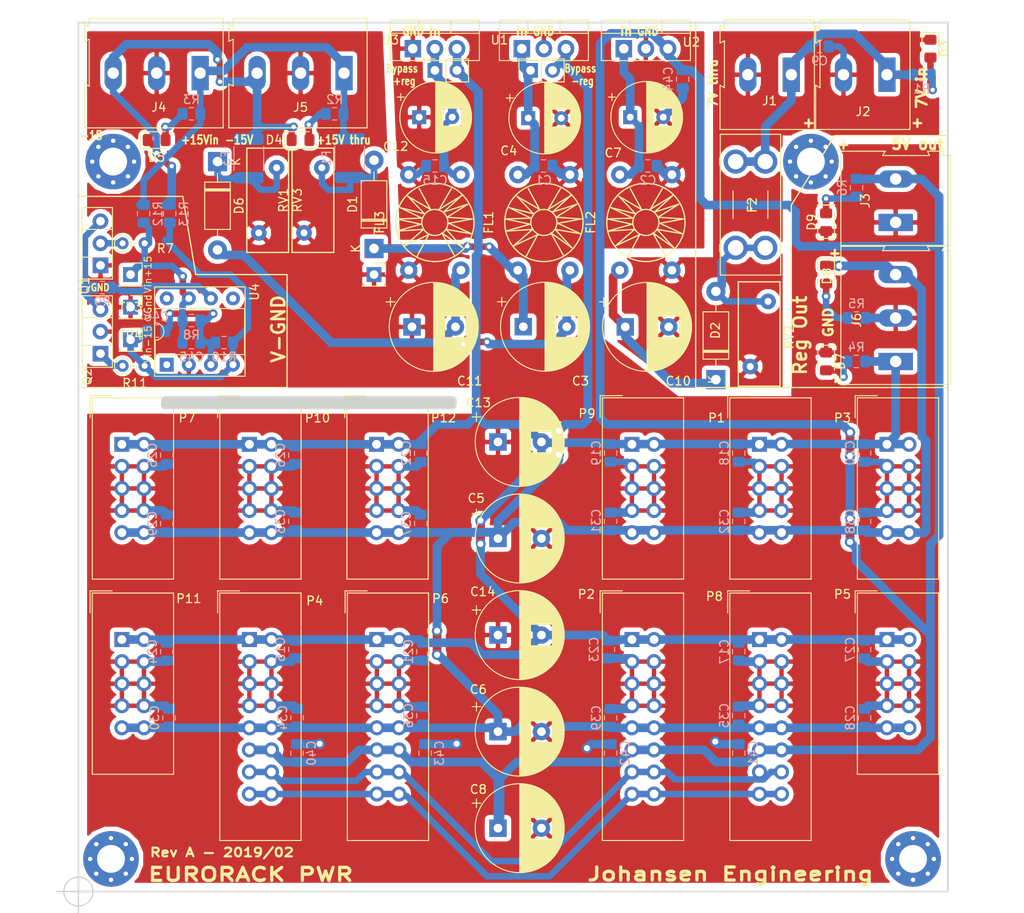
<source format=kicad_pcb>
(kicad_pcb (version 20171130) (host pcbnew "(5.0.0)")
  (title_block (title "Eurorack power") (date 2019-01-08) (rev "Rev A") (company "Johansen Engineering"))
  (layers (0 F.Cu signal) (31 B.Cu signal) (34 B.Paste user) (35 F.Paste user) (36 B.SilkS user) (37 F.SilkS user) (38 B.Mask user) (39 F.Mask user) (44 Edge.Cuts user))
  (net 0 "")
  (net 1 -12V)
  (net 2 GND)
  (net 3 +12V)
  (net 4 CV)
  (net 5 Gate)
  (net 6 +5V)
  (net 7 "Net-(C2-Pad1)")
  (net 8 "Net-(C3-Pad1)")
  (net 9 "Net-(C10-Pad1)")
  (net 10 /+5V-ext)
  (net 11 "Net-(C11-Pad2)")
  (net 12 "Net-(D1-Pad2)")
  (net 13 "Net-(D2-Pad2)")
  (net 14 "Net-(D3-Pad2)")
  (net 15 "Net-(D4-Pad2)")
  (net 16 "Net-(D5-Pad2)")
  (net 17 "Net-(D6-Pad1)")
  (net 18 "Net-(D7-Pad2)")
  (net 19 "Net-(D8-Pad2)")
  (net 20 "Net-(D9-Pad2)")
  (net 21 /+15v-int)
  (net 22 VinGND)
  (net 23 /-15v-int)
  (net 24 Vin-15)
  (net 25 Vin+15)
  (net 26 "Net-(Q1-Pad3)")
  (net 27 "Net-(Q1-Pad2)")
  (net 28 "Net-(Q2-Pad1)")
  (net 29 "Net-(R9-Pad2)")
  (net 30 "Net-(C45-Pad2)")
  (net 31 GNDPWR)
  (net 32 "Net-(C45-Pad1)")
  (net 33 "Net-(C46-Pad2)")
  (module MountingHole:MountingHole_3.2mm_M3_Pad_Via (layer F.Cu) (at 84.25 16)
    (fp_text reference REF**)
    (fp_text value MountingHole_3.2mm_M3_Pad_Via)
    (pad 1 thru_hole circle (at 1.697056 -1.697056) (size 0.8 0.8) (drill 0.5) (layers *.Cu *.Mask))
    (pad 1 thru_hole circle (at 0 -2.4) (size 0.8 0.8) (drill 0.5) (layers *.Cu *.Mask))
    (pad 1 thru_hole circle (at -1.697056 -1.697056) (size 0.8 0.8) (drill 0.5) (layers *.Cu *.Mask))
    (pad 1 thru_hole circle (at -2.4 0) (size 0.8 0.8) (drill 0.5) (layers *.Cu *.Mask))
    (pad 1 thru_hole circle (at -1.697056 1.697056) (size 0.8 0.8) (drill 0.5) (layers *.Cu *.Mask))
    (pad 1 thru_hole circle (at 0 2.4) (size 0.8 0.8) (drill 0.5) (layers *.Cu *.Mask))
    (pad 1 thru_hole circle (at 1.697056 1.697056) (size 0.8 0.8) (drill 0.5) (layers *.Cu *.Mask))
    (pad 1 thru_hole circle (at 2.4 0) (size 0.8 0.8) (drill 0.5) (layers *.Cu *.Mask))
    (pad 1 thru_hole circle (at 0 0) (size 6.4 6.4) (drill 3.2) (layers *.Cu *.Mask))
  )
  (module MountingHole:MountingHole_3.2mm_M3_Pad_Via (layer F.Cu) (at 4 16)
    (fp_text reference REF**)
    (fp_text value MountingHole_3.2mm_M3_Pad_Via)
    (pad 1 thru_hole circle (at 0 0) (size 6.4 6.4) (drill 3.2) (layers *.Cu *.Mask))
    (pad 1 thru_hole circle (at 2.4 0) (size 0.8 0.8) (drill 0.5) (layers *.Cu *.Mask))
    (pad 1 thru_hole circle (at 1.697056 1.697056) (size 0.8 0.8) (drill 0.5) (layers *.Cu *.Mask))
    (pad 1 thru_hole circle (at 0 2.4) (size 0.8 0.8) (drill 0.5) (layers *.Cu *.Mask))
    (pad 1 thru_hole circle (at -1.697056 1.697056) (size 0.8 0.8) (drill 0.5) (layers *.Cu *.Mask))
    (pad 1 thru_hole circle (at -2.4 0) (size 0.8 0.8) (drill 0.5) (layers *.Cu *.Mask))
    (pad 1 thru_hole circle (at -1.697056 -1.697056) (size 0.8 0.8) (drill 0.5) (layers *.Cu *.Mask))
    (pad 1 thru_hole circle (at 0 -2.4) (size 0.8 0.8) (drill 0.5) (layers *.Cu *.Mask))
    (pad 1 thru_hole circle (at 1.697056 -1.697056) (size 0.8 0.8) (drill 0.5) (layers *.Cu *.Mask))
  )
  (module MountingHole:MountingHole_3.2mm_M3_Pad_Via (layer F.Cu) (at 96 96.25)
    (fp_text reference REF**)
    (fp_text value MountingHole_3.2mm_M3_Pad_Via)
    (pad 1 thru_hole circle (at 0 0) (size 6.4 6.4) (drill 3.2) (layers *.Cu *.Mask))
    (pad 1 thru_hole circle (at 2.4 0) (size 0.8 0.8) (drill 0.5) (layers *.Cu *.Mask))
    (pad 1 thru_hole circle (at 1.697056 1.697056) (size 0.8 0.8) (drill 0.5) (layers *.Cu *.Mask))
    (pad 1 thru_hole circle (at 0 2.4) (size 0.8 0.8) (drill 0.5) (layers *.Cu *.Mask))
    (pad 1 thru_hole circle (at -1.697056 1.697056) (size 0.8 0.8) (drill 0.5) (layers *.Cu *.Mask))
    (pad 1 thru_hole circle (at -2.4 0) (size 0.8 0.8) (drill 0.5) (layers *.Cu *.Mask))
    (pad 1 thru_hole circle (at -1.697056 -1.697056) (size 0.8 0.8) (drill 0.5) (layers *.Cu *.Mask))
    (pad 1 thru_hole circle (at 0 -2.4) (size 0.8 0.8) (drill 0.5) (layers *.Cu *.Mask))
    (pad 1 thru_hole circle (at 1.697056 -1.697056) (size 0.8 0.8) (drill 0.5) (layers *.Cu *.Mask))
  )
  (module Fuse:Fuse_1812_4532Metric_Pad1.30x3.40mm_HandSolder (layer B.Cu) (at 31.2 15.6 270)
    (fp_text reference F1 (at 0 2.65 270) (layer B.SilkS) (effects (justify mirror)))
    (fp_text value Fuse_Small)
    (pad 2 smd roundrect (at 2.225 0 270) (size 1.3 3.4) (layers B.Cu B.Paste B.Mask) (roundrect_rratio 0.192308) (net 12 "Net-(D1-Pad2)"))
    (pad 1 smd roundrect (at -2.225 0 270) (size 1.3 3.4) (layers B.Cu B.Paste B.Mask) (roundrect_rratio 0.192308) (net 25 Vin+15))
  )
  (module Fuse:Fuseholder_Blade_Mini_Keystone_3568 (layer F.Cu) (at 79 16 270)
    (fp_text reference F2 (at 5 1.5 270) (layer F.SilkS))
    (fp_text value Fuse_Small)
    (pad 1 thru_hole circle (at 0 0 270) (size 2.78 2.78) (drill 1.78) (layers *.Cu *.Mask) (net 10 /+5V-ext))
    (pad 1 thru_hole circle (at 0 3.4 270) (size 2.78 2.78) (drill 1.78) (layers *.Cu *.Mask) (net 10 /+5V-ext))
    (pad 2 thru_hole circle (at 9.92 0 270) (size 2.78 2.78) (drill 1.78) (layers *.Cu *.Mask) (net 13 "Net-(D2-Pad2)"))
    (pad 2 thru_hole circle (at 9.92 3.4 270) (size 2.78 2.78) (drill 1.78) (layers *.Cu *.Mask) (net 13 "Net-(D2-Pad2)"))
  )
  (module Connectors_IDC:IDC-Header_2x05_Pitch2.54mm_Straight (layer F.Cu) (at 78.33333 48.535001)
    (fp_text reference P1 (at -4.92733 -3.035001) (layer F.SilkS))
    (fp_text value Doepfer_Power_10pin)
    (pad 1 thru_hole rect (at 0 0) (size 1.7272 1.7272) (drill 1.016) (layers *.Cu *.Mask) (net 1 -12V))
    (pad 2 thru_hole oval (at 2.54 0) (size 1.7272 1.7272) (drill 1.016) (layers *.Cu *.Mask) (net 1 -12V))
    (pad 3 thru_hole oval (at 0 2.54) (size 1.7272 1.7272) (drill 1.016) (layers *.Cu *.Mask) (net 2 GND))
    (pad 4 thru_hole oval (at 2.54 2.54) (size 1.7272 1.7272) (drill 1.016) (layers *.Cu *.Mask) (net 2 GND))
    (pad 5 thru_hole oval (at 0 5.08) (size 1.7272 1.7272) (drill 1.016) (layers *.Cu *.Mask) (net 2 GND))
    (pad 6 thru_hole oval (at 2.54 5.08) (size 1.7272 1.7272) (drill 1.016) (layers *.Cu *.Mask) (net 2 GND))
    (pad 7 thru_hole oval (at 0 7.62) (size 1.7272 1.7272) (drill 1.016) (layers *.Cu *.Mask) (net 2 GND))
    (pad 8 thru_hole oval (at 2.54 7.62) (size 1.7272 1.7272) (drill 1.016) (layers *.Cu *.Mask) (net 2 GND))
    (pad 9 thru_hole oval (at 0 10.16) (size 1.7272 1.7272) (drill 1.016) (layers *.Cu *.Mask) (net 3 +12V))
    (pad 10 thru_hole oval (at 2.54 10.16) (size 1.7272 1.7272) (drill 1.016) (layers *.Cu *.Mask) (net 3 +12V))
  )
  (module Connectors_IDC:IDC-Header_2x08_Pitch2.54mm_Straight (layer F.Cu) (at 63.666664 71)
    (fp_text reference P2 (at -5.246664 -5.214) (layer F.SilkS))
    (fp_text value Doepfer_Power_16pin)
    (pad 1 thru_hole rect (at 0 0) (size 1.7272 1.7272) (drill 1.016) (layers *.Cu *.Mask) (net 1 -12V))
    (pad 2 thru_hole oval (at 2.54 0) (size 1.7272 1.7272) (drill 1.016) (layers *.Cu *.Mask) (net 1 -12V))
    (pad 3 thru_hole oval (at 0 2.54) (size 1.7272 1.7272) (drill 1.016) (layers *.Cu *.Mask) (net 2 GND))
    (pad 4 thru_hole oval (at 2.54 2.54) (size 1.7272 1.7272) (drill 1.016) (layers *.Cu *.Mask) (net 2 GND))
    (pad 5 thru_hole oval (at 0 5.08) (size 1.7272 1.7272) (drill 1.016) (layers *.Cu *.Mask) (net 2 GND))
    (pad 6 thru_hole oval (at 2.54 5.08) (size 1.7272 1.7272) (drill 1.016) (layers *.Cu *.Mask) (net 2 GND))
    (pad 7 thru_hole oval (at 0 7.62) (size 1.7272 1.7272) (drill 1.016) (layers *.Cu *.Mask) (net 2 GND))
    (pad 8 thru_hole oval (at 2.54 7.62) (size 1.7272 1.7272) (drill 1.016) (layers *.Cu *.Mask) (net 2 GND))
    (pad 9 thru_hole oval (at 0 10.16) (size 1.7272 1.7272) (drill 1.016) (layers *.Cu *.Mask) (net 3 +12V))
    (pad 10 thru_hole oval (at 2.54 10.16) (size 1.7272 1.7272) (drill 1.016) (layers *.Cu *.Mask) (net 3 +12V))
    (pad 11 thru_hole oval (at 0 12.7) (size 1.7272 1.7272) (drill 1.016) (layers *.Cu *.Mask) (net 6 +5V))
    (pad 12 thru_hole oval (at 2.54 12.7) (size 1.7272 1.7272) (drill 1.016) (layers *.Cu *.Mask) (net 6 +5V))
    (pad 13 thru_hole oval (at 0 15.24) (size 1.7272 1.7272) (drill 1.016) (layers *.Cu *.Mask) (net 4 CV))
    (pad 14 thru_hole oval (at 2.54 15.24) (size 1.7272 1.7272) (drill 1.016) (layers *.Cu *.Mask) (net 4 CV))
    (pad 15 thru_hole oval (at 0 17.78) (size 1.7272 1.7272) (drill 1.016) (layers *.Cu *.Mask) (net 5 Gate))
    (pad 16 thru_hole oval (at 2.54 17.78) (size 1.7272 1.7272) (drill 1.016) (layers *.Cu *.Mask) (net 5 Gate))
  )
  (module Connectors_IDC:IDC-Header_2x05_Pitch2.54mm_Straight (layer F.Cu) (at 93 48.535001)
    (fp_text reference P3 (at -5.116 -3.035001) (layer F.SilkS))
    (fp_text value Doepfer_Power_10pin)
    (pad 10 thru_hole oval (at 2.54 10.16) (size 1.7272 1.7272) (drill 1.016) (layers *.Cu *.Mask) (net 3 +12V))
    (pad 9 thru_hole oval (at 0 10.16) (size 1.7272 1.7272) (drill 1.016) (layers *.Cu *.Mask) (net 3 +12V))
    (pad 8 thru_hole oval (at 2.54 7.62) (size 1.7272 1.7272) (drill 1.016) (layers *.Cu *.Mask) (net 2 GND))
    (pad 7 thru_hole oval (at 0 7.62) (size 1.7272 1.7272) (drill 1.016) (layers *.Cu *.Mask) (net 2 GND))
    (pad 6 thru_hole oval (at 2.54 5.08) (size 1.7272 1.7272) (drill 1.016) (layers *.Cu *.Mask) (net 2 GND))
    (pad 5 thru_hole oval (at 0 5.08) (size 1.7272 1.7272) (drill 1.016) (layers *.Cu *.Mask) (net 2 GND))
    (pad 4 thru_hole oval (at 2.54 2.54) (size 1.7272 1.7272) (drill 1.016) (layers *.Cu *.Mask) (net 2 GND))
    (pad 3 thru_hole oval (at 0 2.54) (size 1.7272 1.7272) (drill 1.016) (layers *.Cu *.Mask) (net 2 GND))
    (pad 2 thru_hole oval (at 2.54 0) (size 1.7272 1.7272) (drill 1.016) (layers *.Cu *.Mask) (net 1 -12V))
    (pad 1 thru_hole rect (at 0 0) (size 1.7272 1.7272) (drill 1.016) (layers *.Cu *.Mask) (net 1 -12V))
  )
  (module Connectors_IDC:IDC-Header_2x08_Pitch2.54mm_Straight (layer F.Cu) (at 19.666666 71)
    (fp_text reference P4 (at 7.511334 -4.452) (layer F.SilkS))
    (fp_text value Doepfer_Power_16pin)
    (pad 16 thru_hole oval (at 2.54 17.78) (size 1.7272 1.7272) (drill 1.016) (layers *.Cu *.Mask) (net 5 Gate))
    (pad 15 thru_hole oval (at 0 17.78) (size 1.7272 1.7272) (drill 1.016) (layers *.Cu *.Mask) (net 5 Gate))
    (pad 14 thru_hole oval (at 2.54 15.24) (size 1.7272 1.7272) (drill 1.016) (layers *.Cu *.Mask) (net 4 CV))
    (pad 13 thru_hole oval (at 0 15.24) (size 1.7272 1.7272) (drill 1.016) (layers *.Cu *.Mask) (net 4 CV))
    (pad 12 thru_hole oval (at 2.54 12.7) (size 1.7272 1.7272) (drill 1.016) (layers *.Cu *.Mask) (net 6 +5V))
    (pad 11 thru_hole oval (at 0 12.7) (size 1.7272 1.7272) (drill 1.016) (layers *.Cu *.Mask) (net 6 +5V))
    (pad 10 thru_hole oval (at 2.54 10.16) (size 1.7272 1.7272) (drill 1.016) (layers *.Cu *.Mask) (net 3 +12V))
    (pad 9 thru_hole oval (at 0 10.16) (size 1.7272 1.7272) (drill 1.016) (layers *.Cu *.Mask) (net 3 +12V))
    (pad 8 thru_hole oval (at 2.54 7.62) (size 1.7272 1.7272) (drill 1.016) (layers *.Cu *.Mask) (net 2 GND))
    (pad 7 thru_hole oval (at 0 7.62) (size 1.7272 1.7272) (drill 1.016) (layers *.Cu *.Mask) (net 2 GND))
    (pad 6 thru_hole oval (at 2.54 5.08) (size 1.7272 1.7272) (drill 1.016) (layers *.Cu *.Mask) (net 2 GND))
    (pad 5 thru_hole oval (at 0 5.08) (size 1.7272 1.7272) (drill 1.016) (layers *.Cu *.Mask) (net 2 GND))
    (pad 4 thru_hole oval (at 2.54 2.54) (size 1.7272 1.7272) (drill 1.016) (layers *.Cu *.Mask) (net 2 GND))
    (pad 3 thru_hole oval (at 0 2.54) (size 1.7272 1.7272) (drill 1.016) (layers *.Cu *.Mask) (net 2 GND))
    (pad 2 thru_hole oval (at 2.54 0) (size 1.7272 1.7272) (drill 1.016) (layers *.Cu *.Mask) (net 1 -12V))
    (pad 1 thru_hole rect (at 0 0) (size 1.7272 1.7272) (drill 1.016) (layers *.Cu *.Mask) (net 1 -12V))
  )
  (module Connectors_IDC:IDC-Header_2x05_Pitch2.54mm_Straight (layer F.Cu) (at 93 71)
    (fp_text reference P5 (at -5.116 -5.214) (layer F.SilkS))
    (fp_text value Doepfer_Power_10pin)
    (pad 1 thru_hole rect (at 0 0) (size 1.7272 1.7272) (drill 1.016) (layers *.Cu *.Mask) (net 1 -12V))
    (pad 2 thru_hole oval (at 2.54 0) (size 1.7272 1.7272) (drill 1.016) (layers *.Cu *.Mask) (net 1 -12V))
    (pad 3 thru_hole oval (at 0 2.54) (size 1.7272 1.7272) (drill 1.016) (layers *.Cu *.Mask) (net 2 GND))
    (pad 4 thru_hole oval (at 2.54 2.54) (size 1.7272 1.7272) (drill 1.016) (layers *.Cu *.Mask) (net 2 GND))
    (pad 5 thru_hole oval (at 0 5.08) (size 1.7272 1.7272) (drill 1.016) (layers *.Cu *.Mask) (net 2 GND))
    (pad 6 thru_hole oval (at 2.54 5.08) (size 1.7272 1.7272) (drill 1.016) (layers *.Cu *.Mask) (net 2 GND))
    (pad 7 thru_hole oval (at 0 7.62) (size 1.7272 1.7272) (drill 1.016) (layers *.Cu *.Mask) (net 2 GND))
    (pad 8 thru_hole oval (at 2.54 7.62) (size 1.7272 1.7272) (drill 1.016) (layers *.Cu *.Mask) (net 2 GND))
    (pad 9 thru_hole oval (at 0 10.16) (size 1.7272 1.7272) (drill 1.016) (layers *.Cu *.Mask) (net 3 +12V))
    (pad 10 thru_hole oval (at 2.54 10.16) (size 1.7272 1.7272) (drill 1.016) (layers *.Cu *.Mask) (net 3 +12V))
  )
  (module Connectors_IDC:IDC-Header_2x08_Pitch2.54mm_Straight (layer F.Cu) (at 34.333332 71)
    (fp_text reference P6 (at 7.322668 -4.706) (layer F.SilkS))
    (fp_text value Doepfer_Power_16pin)
    (pad 1 thru_hole rect (at 0 0) (size 1.7272 1.7272) (drill 1.016) (layers *.Cu *.Mask) (net 1 -12V))
    (pad 2 thru_hole oval (at 2.54 0) (size 1.7272 1.7272) (drill 1.016) (layers *.Cu *.Mask) (net 1 -12V))
    (pad 3 thru_hole oval (at 0 2.54) (size 1.7272 1.7272) (drill 1.016) (layers *.Cu *.Mask) (net 2 GND))
    (pad 4 thru_hole oval (at 2.54 2.54) (size 1.7272 1.7272) (drill 1.016) (layers *.Cu *.Mask) (net 2 GND))
    (pad 5 thru_hole oval (at 0 5.08) (size 1.7272 1.7272) (drill 1.016) (layers *.Cu *.Mask) (net 2 GND))
    (pad 6 thru_hole oval (at 2.54 5.08) (size 1.7272 1.7272) (drill 1.016) (layers *.Cu *.Mask) (net 2 GND))
    (pad 7 thru_hole oval (at 0 7.62) (size 1.7272 1.7272) (drill 1.016) (layers *.Cu *.Mask) (net 2 GND))
    (pad 8 thru_hole oval (at 2.54 7.62) (size 1.7272 1.7272) (drill 1.016) (layers *.Cu *.Mask) (net 2 GND))
    (pad 9 thru_hole oval (at 0 10.16) (size 1.7272 1.7272) (drill 1.016) (layers *.Cu *.Mask) (net 3 +12V))
    (pad 10 thru_hole oval (at 2.54 10.16) (size 1.7272 1.7272) (drill 1.016) (layers *.Cu *.Mask) (net 3 +12V))
    (pad 11 thru_hole oval (at 0 12.7) (size 1.7272 1.7272) (drill 1.016) (layers *.Cu *.Mask) (net 6 +5V))
    (pad 12 thru_hole oval (at 2.54 12.7) (size 1.7272 1.7272) (drill 1.016) (layers *.Cu *.Mask) (net 6 +5V))
    (pad 13 thru_hole oval (at 0 15.24) (size 1.7272 1.7272) (drill 1.016) (layers *.Cu *.Mask) (net 4 CV))
    (pad 14 thru_hole oval (at 2.54 15.24) (size 1.7272 1.7272) (drill 1.016) (layers *.Cu *.Mask) (net 4 CV))
    (pad 15 thru_hole oval (at 0 17.78) (size 1.7272 1.7272) (drill 1.016) (layers *.Cu *.Mask) (net 5 Gate))
    (pad 16 thru_hole oval (at 2.54 17.78) (size 1.7272 1.7272) (drill 1.016) (layers *.Cu *.Mask) (net 5 Gate))
  )
  (module Connectors_IDC:IDC-Header_2x05_Pitch2.54mm_Straight (layer F.Cu) (at 5 48.535001)
    (fp_text reference P7 (at 7.5 -3.035001) (layer F.SilkS))
    (fp_text value Doepfer_Power_10pin)
    (pad 10 thru_hole oval (at 2.54 10.16) (size 1.7272 1.7272) (drill 1.016) (layers *.Cu *.Mask) (net 3 +12V))
    (pad 9 thru_hole oval (at 0 10.16) (size 1.7272 1.7272) (drill 1.016) (layers *.Cu *.Mask) (net 3 +12V))
    (pad 8 thru_hole oval (at 2.54 7.62) (size 1.7272 1.7272) (drill 1.016) (layers *.Cu *.Mask) (net 2 GND))
    (pad 7 thru_hole oval (at 0 7.62) (size 1.7272 1.7272) (drill 1.016) (layers *.Cu *.Mask) (net 2 GND))
    (pad 6 thru_hole oval (at 2.54 5.08) (size 1.7272 1.7272) (drill 1.016) (layers *.Cu *.Mask) (net 2 GND))
    (pad 5 thru_hole oval (at 0 5.08) (size 1.7272 1.7272) (drill 1.016) (layers *.Cu *.Mask) (net 2 GND))
    (pad 4 thru_hole oval (at 2.54 2.54) (size 1.7272 1.7272) (drill 1.016) (layers *.Cu *.Mask) (net 2 GND))
    (pad 3 thru_hole oval (at 0 2.54) (size 1.7272 1.7272) (drill 1.016) (layers *.Cu *.Mask) (net 2 GND))
    (pad 2 thru_hole oval (at 2.54 0) (size 1.7272 1.7272) (drill 1.016) (layers *.Cu *.Mask) (net 1 -12V))
    (pad 1 thru_hole rect (at 0 0) (size 1.7272 1.7272) (drill 1.016) (layers *.Cu *.Mask) (net 1 -12V))
  )
  (module Connectors_IDC:IDC-Header_2x08_Pitch2.54mm_Straight (layer F.Cu) (at 78.33333 71)
    (fp_text reference P8 (at -5.18133 -4.96) (layer F.SilkS))
    (fp_text value Doepfer_Power_16pin)
    (pad 16 thru_hole oval (at 2.54 17.78) (size 1.7272 1.7272) (drill 1.016) (layers *.Cu *.Mask) (net 5 Gate))
    (pad 15 thru_hole oval (at 0 17.78) (size 1.7272 1.7272) (drill 1.016) (layers *.Cu *.Mask) (net 5 Gate))
    (pad 14 thru_hole oval (at 2.54 15.24) (size 1.7272 1.7272) (drill 1.016) (layers *.Cu *.Mask) (net 4 CV))
    (pad 13 thru_hole oval (at 0 15.24) (size 1.7272 1.7272) (drill 1.016) (layers *.Cu *.Mask) (net 4 CV))
    (pad 12 thru_hole oval (at 2.54 12.7) (size 1.7272 1.7272) (drill 1.016) (layers *.Cu *.Mask) (net 6 +5V))
    (pad 11 thru_hole oval (at 0 12.7) (size 1.7272 1.7272) (drill 1.016) (layers *.Cu *.Mask) (net 6 +5V))
    (pad 10 thru_hole oval (at 2.54 10.16) (size 1.7272 1.7272) (drill 1.016) (layers *.Cu *.Mask) (net 3 +12V))
    (pad 9 thru_hole oval (at 0 10.16) (size 1.7272 1.7272) (drill 1.016) (layers *.Cu *.Mask) (net 3 +12V))
    (pad 8 thru_hole oval (at 2.54 7.62) (size 1.7272 1.7272) (drill 1.016) (layers *.Cu *.Mask) (net 2 GND))
    (pad 7 thru_hole oval (at 0 7.62) (size 1.7272 1.7272) (drill 1.016) (layers *.Cu *.Mask) (net 2 GND))
    (pad 6 thru_hole oval (at 2.54 5.08) (size 1.7272 1.7272) (drill 1.016) (layers *.Cu *.Mask) (net 2 GND))
    (pad 5 thru_hole oval (at 0 5.08) (size 1.7272 1.7272) (drill 1.016) (layers *.Cu *.Mask) (net 2 GND))
    (pad 4 thru_hole oval (at 2.54 2.54) (size 1.7272 1.7272) (drill 1.016) (layers *.Cu *.Mask) (net 2 GND))
    (pad 3 thru_hole oval (at 0 2.54) (size 1.7272 1.7272) (drill 1.016) (layers *.Cu *.Mask) (net 2 GND))
    (pad 2 thru_hole oval (at 2.54 0) (size 1.7272 1.7272) (drill 1.016) (layers *.Cu *.Mask) (net 1 -12V))
    (pad 1 thru_hole rect (at 0 0) (size 1.7272 1.7272) (drill 1.016) (layers *.Cu *.Mask) (net 1 -12V))
  )
  (module Connectors_IDC:IDC-Header_2x05_Pitch2.54mm_Straight (layer F.Cu) (at 63.666664 48.535001)
    (fp_text reference P9 (at -5.166664 -3.535001) (layer F.SilkS))
    (fp_text value Doepfer_Power_10pin)
    (pad 10 thru_hole oval (at 2.54 10.16) (size 1.7272 1.7272) (drill 1.016) (layers *.Cu *.Mask) (net 3 +12V))
    (pad 9 thru_hole oval (at 0 10.16) (size 1.7272 1.7272) (drill 1.016) (layers *.Cu *.Mask) (net 3 +12V))
    (pad 8 thru_hole oval (at 2.54 7.62) (size 1.7272 1.7272) (drill 1.016) (layers *.Cu *.Mask) (net 2 GND))
    (pad 7 thru_hole oval (at 0 7.62) (size 1.7272 1.7272) (drill 1.016) (layers *.Cu *.Mask) (net 2 GND))
    (pad 6 thru_hole oval (at 2.54 5.08) (size 1.7272 1.7272) (drill 1.016) (layers *.Cu *.Mask) (net 2 GND))
    (pad 5 thru_hole oval (at 0 5.08) (size 1.7272 1.7272) (drill 1.016) (layers *.Cu *.Mask) (net 2 GND))
    (pad 4 thru_hole oval (at 2.54 2.54) (size 1.7272 1.7272) (drill 1.016) (layers *.Cu *.Mask) (net 2 GND))
    (pad 3 thru_hole oval (at 0 2.54) (size 1.7272 1.7272) (drill 1.016) (layers *.Cu *.Mask) (net 2 GND))
    (pad 2 thru_hole oval (at 2.54 0) (size 1.7272 1.7272) (drill 1.016) (layers *.Cu *.Mask) (net 1 -12V))
    (pad 1 thru_hole rect (at 0 0) (size 1.7272 1.7272) (drill 1.016) (layers *.Cu *.Mask) (net 1 -12V))
  )
  (module Connectors_IDC:IDC-Header_2x05_Pitch2.54mm_Straight (layer F.Cu) (at 19.666666 48.535001)
    (fp_text reference P10 (at 7.833334 -3.035001) (layer F.SilkS))
    (fp_text value Doepfer_Power_10pin)
    (pad 1 thru_hole rect (at 0 0) (size 1.7272 1.7272) (drill 1.016) (layers *.Cu *.Mask) (net 1 -12V))
    (pad 2 thru_hole oval (at 2.54 0) (size 1.7272 1.7272) (drill 1.016) (layers *.Cu *.Mask) (net 1 -12V))
    (pad 3 thru_hole oval (at 0 2.54) (size 1.7272 1.7272) (drill 1.016) (layers *.Cu *.Mask) (net 2 GND))
    (pad 4 thru_hole oval (at 2.54 2.54) (size 1.7272 1.7272) (drill 1.016) (layers *.Cu *.Mask) (net 2 GND))
    (pad 5 thru_hole oval (at 0 5.08) (size 1.7272 1.7272) (drill 1.016) (layers *.Cu *.Mask) (net 2 GND))
    (pad 6 thru_hole oval (at 2.54 5.08) (size 1.7272 1.7272) (drill 1.016) (layers *.Cu *.Mask) (net 2 GND))
    (pad 7 thru_hole oval (at 0 7.62) (size 1.7272 1.7272) (drill 1.016) (layers *.Cu *.Mask) (net 2 GND))
    (pad 8 thru_hole oval (at 2.54 7.62) (size 1.7272 1.7272) (drill 1.016) (layers *.Cu *.Mask) (net 2 GND))
    (pad 9 thru_hole oval (at 0 10.16) (size 1.7272 1.7272) (drill 1.016) (layers *.Cu *.Mask) (net 3 +12V))
    (pad 10 thru_hole oval (at 2.54 10.16) (size 1.7272 1.7272) (drill 1.016) (layers *.Cu *.Mask) (net 3 +12V))
  )
  (module Connectors_IDC:IDC-Header_2x05_Pitch2.54mm_Straight (layer F.Cu) (at 5 71)
    (fp_text reference P11 (at 7.7 -4.706) (layer F.SilkS))
    (fp_text value Doepfer_Power_10pin)
    (pad 10 thru_hole oval (at 2.54 10.16) (size 1.7272 1.7272) (drill 1.016) (layers *.Cu *.Mask) (net 3 +12V))
    (pad 9 thru_hole oval (at 0 10.16) (size 1.7272 1.7272) (drill 1.016) (layers *.Cu *.Mask) (net 3 +12V))
    (pad 8 thru_hole oval (at 2.54 7.62) (size 1.7272 1.7272) (drill 1.016) (layers *.Cu *.Mask) (net 2 GND))
    (pad 7 thru_hole oval (at 0 7.62) (size 1.7272 1.7272) (drill 1.016) (layers *.Cu *.Mask) (net 2 GND))
    (pad 6 thru_hole oval (at 2.54 5.08) (size 1.7272 1.7272) (drill 1.016) (layers *.Cu *.Mask) (net 2 GND))
    (pad 5 thru_hole oval (at 0 5.08) (size 1.7272 1.7272) (drill 1.016) (layers *.Cu *.Mask) (net 2 GND))
    (pad 4 thru_hole oval (at 2.54 2.54) (size 1.7272 1.7272) (drill 1.016) (layers *.Cu *.Mask) (net 2 GND))
    (pad 3 thru_hole oval (at 0 2.54) (size 1.7272 1.7272) (drill 1.016) (layers *.Cu *.Mask) (net 2 GND))
    (pad 2 thru_hole oval (at 2.54 0) (size 1.7272 1.7272) (drill 1.016) (layers *.Cu *.Mask) (net 1 -12V))
    (pad 1 thru_hole rect (at 0 0) (size 1.7272 1.7272) (drill 1.016) (layers *.Cu *.Mask) (net 1 -12V))
  )
  (module Connectors_IDC:IDC-Header_2x05_Pitch2.54mm_Straight (layer F.Cu) (at 34.29 48.535001)
    (fp_text reference P12 (at 7.71 -3.035001) (layer F.SilkS))
    (fp_text value Doepfer_Power_10pin)
    (pad 1 thru_hole rect (at 0 0) (size 1.7272 1.7272) (drill 1.016) (layers *.Cu *.Mask) (net 1 -12V))
    (pad 2 thru_hole oval (at 2.54 0) (size 1.7272 1.7272) (drill 1.016) (layers *.Cu *.Mask) (net 1 -12V))
    (pad 3 thru_hole oval (at 0 2.54) (size 1.7272 1.7272) (drill 1.016) (layers *.Cu *.Mask) (net 2 GND))
    (pad 4 thru_hole oval (at 2.54 2.54) (size 1.7272 1.7272) (drill 1.016) (layers *.Cu *.Mask) (net 2 GND))
    (pad 5 thru_hole oval (at 0 5.08) (size 1.7272 1.7272) (drill 1.016) (layers *.Cu *.Mask) (net 2 GND))
    (pad 6 thru_hole oval (at 2.54 5.08) (size 1.7272 1.7272) (drill 1.016) (layers *.Cu *.Mask) (net 2 GND))
    (pad 7 thru_hole oval (at 0 7.62) (size 1.7272 1.7272) (drill 1.016) (layers *.Cu *.Mask) (net 2 GND))
    (pad 8 thru_hole oval (at 2.54 7.62) (size 1.7272 1.7272) (drill 1.016) (layers *.Cu *.Mask) (net 2 GND))
    (pad 9 thru_hole oval (at 0 10.16) (size 1.7272 1.7272) (drill 1.016) (layers *.Cu *.Mask) (net 3 +12V))
    (pad 10 thru_hole oval (at 2.54 10.16) (size 1.7272 1.7272) (drill 1.016) (layers *.Cu *.Mask) (net 3 +12V))
  )
  (module Varistor:RV_Disc_D12mm_W4.8mm_P7.5mm (layer F.Cu) (at 79.324696 32.089161 270)
    (fp_text reference RV2 (at 4.091838 -2.443101 270) (layer F.SilkS))
    (fp_text value Varistor)
    (pad 1 thru_hole circle (at 0 0 270) (size 1.8 1.8) (drill 0.8) (layers *.Cu *.Mask) (net 13 "Net-(D2-Pad2)"))
    (pad 2 thru_hole circle (at 7.5 2.05 270) (size 1.8 1.8) (drill 0.8) (layers *.Cu *.Mask) (net 31 GNDPWR))
  )
  (module Capacitor_SMD:C_0805_2012Metric_Pad1.15x1.40mm_HandSolder (layer B.Cu) (at 53.5 16.5)
    (fp_text reference C1 (at 0 1.65) (layer B.SilkS) (effects (justify mirror)))
    (fp_text value 100n)
    (pad 2 smd roundrect (at 1.025 0) (size 1.15 1.4) (layers B.Cu B.Paste B.Mask) (roundrect_rratio 0.217391) (net 2 GND))
    (pad 1 smd roundrect (at -1.025 0) (size 1.15 1.4) (layers B.Cu B.Paste B.Mask) (roundrect_rratio 0.217391) (net 21 /+15v-int))
  )
  (module Capacitor_SMD:C_0805_2012Metric_Pad1.15x1.40mm_HandSolder (layer B.Cu) (at 65.5 16.5)
    (fp_text reference C2 (at 0 1.65) (layer B.SilkS) (effects (justify mirror)))
    (fp_text value 100n)
    (pad 2 smd roundrect (at 1.025 0) (size 1.15 1.4) (layers B.Cu B.Paste B.Mask) (roundrect_rratio 0.217391) (net 2 GND))
    (pad 1 smd roundrect (at -1.025 0) (size 1.15 1.4) (layers B.Cu B.Paste B.Mask) (roundrect_rratio 0.217391) (net 7 "Net-(C2-Pad1)"))
  )
  (module Capacitor_THT:CP_Radial_D8.0mm_P3.80mm (layer F.Cu) (at 51.737349 11)
    (fp_text reference C4 (at -2.237349 3.75) (layer F.SilkS))
    (fp_text value 1000uF)
    (pad 2 thru_hole circle (at 3.8 0) (size 1.6 1.6) (drill 0.8) (layers *.Cu *.Mask) (net 2 GND))
    (pad 1 thru_hole rect (at 0 0) (size 1.6 1.6) (drill 0.8) (layers *.Cu *.Mask) (net 21 /+15v-int))
  )
  (module Capacitor_THT:CP_Radial_D8.0mm_P3.80mm (layer F.Cu) (at 63.467349 10.89)
    (fp_text reference C7 (at -1.967349 4.11) (layer F.SilkS))
    (fp_text value 1000uF)
    (pad 1 thru_hole rect (at 0 0) (size 1.6 1.6) (drill 0.8) (layers *.Cu *.Mask) (net 7 "Net-(C2-Pad1)"))
    (pad 2 thru_hole circle (at 3.8 0) (size 1.6 1.6) (drill 0.8) (layers *.Cu *.Mask) (net 2 GND))
  )
  (module Capacitor_THT:CP_Radial_D8.0mm_P3.80mm (layer F.Cu) (at 39.197349 10.89)
    (fp_text reference C12 (at -2.697349 3.36) (layer F.SilkS))
    (fp_text value 1000uF)
    (pad 1 thru_hole rect (at 0 0) (size 1.6 1.6) (drill 0.8) (layers *.Cu *.Mask) (net 2 GND))
    (pad 2 thru_hole circle (at 3.8 0) (size 1.6 1.6) (drill 0.8) (layers *.Cu *.Mask) (net 23 /-15v-int))
  )
  (module Capacitor_SMD:C_0805_2012Metric_Pad1.15x1.40mm_HandSolder (layer B.Cu) (at 41.025 16.5)
    (fp_text reference C15 (at 0 1.65) (layer B.SilkS) (effects (justify mirror)))
    (fp_text value 100n)
    (pad 2 smd roundrect (at 1.025 0) (size 1.15 1.4) (layers B.Cu B.Paste B.Mask) (roundrect_rratio 0.217391) (net 23 /-15v-int))
    (pad 1 smd roundrect (at -1.025 0) (size 1.15 1.4) (layers B.Cu B.Paste B.Mask) (roundrect_rratio 0.217391) (net 2 GND))
  )
  (module Capacitor_SMD:C_0805_2012Metric_Pad1.15x1.40mm_HandSolder (layer B.Cu) (at 24.892 72.136 270)
    (fp_text reference C16 (at 0 1.65 270) (layer B.SilkS) (effects (justify mirror)))
    (fp_text value 100n)
    (pad 2 smd roundrect (at 1.025 0 270) (size 1.15 1.4) (layers B.Cu B.Paste B.Mask) (roundrect_rratio 0.217391) (net 2 GND))
    (pad 1 smd roundrect (at -1.025 0 270) (size 1.15 1.4) (layers B.Cu B.Paste B.Mask) (roundrect_rratio 0.217391) (net 1 -12V))
  )
  (module Capacitor_SMD:C_0805_2012Metric_Pad1.15x1.40mm_HandSolder (layer B.Cu) (at 75.946 72.39 270)
    (fp_text reference C17 (at 0 1.65 270) (layer B.SilkS) (effects (justify mirror)))
    (fp_text value 100n)
    (pad 2 smd roundrect (at 1.025 0 270) (size 1.15 1.4) (layers B.Cu B.Paste B.Mask) (roundrect_rratio 0.217391) (net 2 GND))
    (pad 1 smd roundrect (at -1.025 0 270) (size 1.15 1.4) (layers B.Cu B.Paste B.Mask) (roundrect_rratio 0.217391) (net 1 -12V))
  )
  (module Capacitor_SMD:C_0805_2012Metric_Pad1.15x1.40mm_HandSolder (layer B.Cu) (at 75.946 49.53 270)
    (fp_text reference C18 (at 0 1.65 270) (layer B.SilkS) (effects (justify mirror)))
    (fp_text value 100n)
    (pad 2 smd roundrect (at 1.025 0 270) (size 1.15 1.4) (layers B.Cu B.Paste B.Mask) (roundrect_rratio 0.217391) (net 2 GND))
    (pad 1 smd roundrect (at -1.025 0 270) (size 1.15 1.4) (layers B.Cu B.Paste B.Mask) (roundrect_rratio 0.217391) (net 1 -12V))
  )
  (module Capacitor_SMD:C_0805_2012Metric_Pad1.15x1.40mm_HandSolder (layer B.Cu) (at 61.214 49.53 270)
    (fp_text reference C19 (at 0 1.65 270) (layer B.SilkS) (effects (justify mirror)))
    (fp_text value 100n)
    (pad 2 smd roundrect (at 1.025 0 270) (size 1.15 1.4) (layers B.Cu B.Paste B.Mask) (roundrect_rratio 0.217391) (net 2 GND))
    (pad 1 smd roundrect (at -1.025 0 270) (size 1.15 1.4) (layers B.Cu B.Paste B.Mask) (roundrect_rratio 0.217391) (net 1 -12V))
  )
  (module Capacitor_SMD:C_0805_2012Metric_Pad1.15x1.40mm_HandSolder (layer B.Cu) (at 90.424 49.53 270)
    (fp_text reference C20 (at 0 1.65 270) (layer B.SilkS) (effects (justify mirror)))
    (fp_text value 100n)
    (pad 2 smd roundrect (at 1.025 0 270) (size 1.15 1.4) (layers B.Cu B.Paste B.Mask) (roundrect_rratio 0.217391) (net 2 GND))
    (pad 1 smd roundrect (at -1.025 0 270) (size 1.15 1.4) (layers B.Cu B.Paste B.Mask) (roundrect_rratio 0.217391) (net 1 -12V))
  )
  (module Capacitor_SMD:C_0805_2012Metric_Pad1.15x1.40mm_HandSolder (layer B.Cu) (at 39.624 72.39 270)
    (fp_text reference C21 (at 0 1.65 270) (layer B.SilkS) (effects (justify mirror)))
    (fp_text value 100n)
    (pad 2 smd roundrect (at 1.025 0 270) (size 1.15 1.4) (layers B.Cu B.Paste B.Mask) (roundrect_rratio 0.217391) (net 2 GND))
    (pad 1 smd roundrect (at -1.025 0 270) (size 1.15 1.4) (layers B.Cu B.Paste B.Mask) (roundrect_rratio 0.217391) (net 1 -12V))
  )
  (module Capacitor_SMD:C_0805_2012Metric_Pad1.15x1.40mm_HandSolder (layer B.Cu) (at 39.37 49.539 270)
    (fp_text reference C22 (at 0 1.65 270) (layer B.SilkS) (effects (justify mirror)))
    (fp_text value 100n)
    (pad 2 smd roundrect (at 1.025 0 270) (size 1.15 1.4) (layers B.Cu B.Paste B.Mask) (roundrect_rratio 0.217391) (net 2 GND))
    (pad 1 smd roundrect (at -1.025 0 270) (size 1.15 1.4) (layers B.Cu B.Paste B.Mask) (roundrect_rratio 0.217391) (net 1 -12V))
  )
  (module Capacitor_SMD:C_0805_2012Metric_Pad1.15x1.40mm_HandSolder (layer B.Cu) (at 60.96 72.145 270)
    (fp_text reference C23 (at 0 1.65 270) (layer B.SilkS) (effects (justify mirror)))
    (fp_text value 100n)
    (pad 2 smd roundrect (at 1.025 0 270) (size 1.15 1.4) (layers B.Cu B.Paste B.Mask) (roundrect_rratio 0.217391) (net 2 GND))
    (pad 1 smd roundrect (at -1.025 0 270) (size 1.15 1.4) (layers B.Cu B.Paste B.Mask) (roundrect_rratio 0.217391) (net 1 -12V))
  )
  (module Capacitor_SMD:C_0805_2012Metric_Pad1.15x1.40mm_HandSolder (layer B.Cu) (at 10.16 72.399 270)
    (fp_text reference C24 (at 0 1.65 270) (layer B.SilkS) (effects (justify mirror)))
    (fp_text value 100n)
    (pad 1 smd roundrect (at -1.025 0 270) (size 1.15 1.4) (layers B.Cu B.Paste B.Mask) (roundrect_rratio 0.217391) (net 1 -12V))
    (pad 2 smd roundrect (at 1.025 0 270) (size 1.15 1.4) (layers B.Cu B.Paste B.Mask) (roundrect_rratio 0.217391) (net 2 GND))
  )
  (module Capacitor_SMD:C_0805_2012Metric_Pad1.15x1.40mm_HandSolder (layer B.Cu) (at 10.16 49.793 270)
    (fp_text reference C25 (at 0 1.65 270) (layer B.SilkS) (effects (justify mirror)))
    (fp_text value 100n)
    (pad 1 smd roundrect (at -1.025 0 270) (size 1.15 1.4) (layers B.Cu B.Paste B.Mask) (roundrect_rratio 0.217391) (net 1 -12V))
    (pad 2 smd roundrect (at 1.025 0 270) (size 1.15 1.4) (layers B.Cu B.Paste B.Mask) (roundrect_rratio 0.217391) (net 2 GND))
  )
  (module Capacitor_SMD:C_0805_2012Metric_Pad1.15x1.40mm_HandSolder (layer B.Cu) (at 24.892 49.784 270)
    (fp_text reference C26 (at 0 1.65 270) (layer B.SilkS) (effects (justify mirror)))
    (fp_text value 100n)
    (pad 1 smd roundrect (at -1.025 0 270) (size 1.15 1.4) (layers B.Cu B.Paste B.Mask) (roundrect_rratio 0.217391) (net 1 -12V))
    (pad 2 smd roundrect (at 1.025 0 270) (size 1.15 1.4) (layers B.Cu B.Paste B.Mask) (roundrect_rratio 0.217391) (net 2 GND))
  )
  (module Capacitor_SMD:C_0805_2012Metric_Pad1.15x1.40mm_HandSolder (layer B.Cu) (at 90.424 72.145 270)
    (fp_text reference C27 (at 0 1.65 270) (layer B.SilkS) (effects (justify mirror)))
    (fp_text value 100n)
    (pad 1 smd roundrect (at -1.025 0 270) (size 1.15 1.4) (layers B.Cu B.Paste B.Mask) (roundrect_rratio 0.217391) (net 1 -12V))
    (pad 2 smd roundrect (at 1.025 0 270) (size 1.15 1.4) (layers B.Cu B.Paste B.Mask) (roundrect_rratio 0.217391) (net 2 GND))
  )
  (module Capacitor_SMD:C_0805_2012Metric_Pad1.15x1.40mm_HandSolder (layer B.Cu) (at 90.424 80.019 270)
    (fp_text reference C28 (at 0 1.65 270) (layer B.SilkS) (effects (justify mirror)))
    (fp_text value 100n)
    (pad 1 smd roundrect (at -1.025 0 270) (size 1.15 1.4) (layers B.Cu B.Paste B.Mask) (roundrect_rratio 0.217391) (net 2 GND))
    (pad 2 smd roundrect (at 1.025 0 270) (size 1.15 1.4) (layers B.Cu B.Paste B.Mask) (roundrect_rratio 0.217391) (net 3 +12V))
  )
  (module Capacitor_SMD:C_0805_2012Metric_Pad1.15x1.40mm_HandSolder (layer B.Cu) (at 10.16 57.658 270)
    (fp_text reference C29 (at 0 1.65 270) (layer B.SilkS) (effects (justify mirror)))
    (fp_text value 100n)
    (pad 1 smd roundrect (at -1.025 0 270) (size 1.15 1.4) (layers B.Cu B.Paste B.Mask) (roundrect_rratio 0.217391) (net 2 GND))
    (pad 2 smd roundrect (at 1.025 0 270) (size 1.15 1.4) (layers B.Cu B.Paste B.Mask) (roundrect_rratio 0.217391) (net 3 +12V))
  )
  (module Capacitor_SMD:C_0805_2012Metric_Pad1.15x1.40mm_HandSolder (layer B.Cu) (at 10.414 80.01 270)
    (fp_text reference C30 (at 0 1.65 270) (layer B.SilkS) (effects (justify mirror)))
    (fp_text value 100n)
    (pad 1 smd roundrect (at -1.025 0 270) (size 1.15 1.4) (layers B.Cu B.Paste B.Mask) (roundrect_rratio 0.217391) (net 2 GND))
    (pad 2 smd roundrect (at 1.025 0 270) (size 1.15 1.4) (layers B.Cu B.Paste B.Mask) (roundrect_rratio 0.217391) (net 3 +12V))
  )
  (module Capacitor_SMD:C_0805_2012Metric_Pad1.15x1.40mm_HandSolder (layer B.Cu) (at 61.214 57.404 270)
    (fp_text reference C31 (at 0 1.65 270) (layer B.SilkS) (effects (justify mirror)))
    (fp_text value 100n)
    (pad 1 smd roundrect (at -1.025 0 270) (size 1.15 1.4) (layers B.Cu B.Paste B.Mask) (roundrect_rratio 0.217391) (net 2 GND))
    (pad 2 smd roundrect (at 1.025 0 270) (size 1.15 1.4) (layers B.Cu B.Paste B.Mask) (roundrect_rratio 0.217391) (net 3 +12V))
  )
  (module Capacitor_SMD:C_0805_2012Metric_Pad1.15x1.40mm_HandSolder (layer B.Cu) (at 75.946 57.404 270)
    (fp_text reference C32 (at 0 1.65 270) (layer B.SilkS) (effects (justify mirror)))
    (fp_text value 100n)
    (pad 1 smd roundrect (at -1.025 0 270) (size 1.15 1.4) (layers B.Cu B.Paste B.Mask) (roundrect_rratio 0.217391) (net 2 GND))
    (pad 2 smd roundrect (at 1.025 0 270) (size 1.15 1.4) (layers B.Cu B.Paste B.Mask) (roundrect_rratio 0.217391) (net 3 +12V))
  )
  (module Capacitor_SMD:C_0805_2012Metric_Pad1.15x1.40mm_HandSolder (layer B.Cu) (at 24.892 57.404 270)
    (fp_text reference C33 (at 0 1.65 270) (layer B.SilkS) (effects (justify mirror)))
    (fp_text value 100n)
    (pad 1 smd roundrect (at -1.025 0 270) (size 1.15 1.4) (layers B.Cu B.Paste B.Mask) (roundrect_rratio 0.217391) (net 2 GND))
    (pad 2 smd roundrect (at 1.025 0 270) (size 1.15 1.4) (layers B.Cu B.Paste B.Mask) (roundrect_rratio 0.217391) (net 3 +12V))
  )
  (module Capacitor_SMD:C_0805_2012Metric_Pad1.15x1.40mm_HandSolder (layer B.Cu) (at 25.146 80 270)
    (fp_text reference C34 (at 0 1.65 270) (layer B.SilkS) (effects (justify mirror)))
    (fp_text value 100n)
    (pad 1 smd roundrect (at -1.025 0 270) (size 1.15 1.4) (layers B.Cu B.Paste B.Mask) (roundrect_rratio 0.217391) (net 2 GND))
    (pad 2 smd roundrect (at 1.025 0 270) (size 1.15 1.4) (layers B.Cu B.Paste B.Mask) (roundrect_rratio 0.217391) (net 3 +12V))
  )
  (module Capacitor_SMD:C_0805_2012Metric_Pad1.15x1.40mm_HandSolder (layer B.Cu) (at 75.946 79.756 270)
    (fp_text reference C35 (at 0 1.65 270) (layer B.SilkS) (effects (justify mirror)))
    (fp_text value 100n)
    (pad 1 smd roundrect (at -1.025 0 270) (size 1.15 1.4) (layers B.Cu B.Paste B.Mask) (roundrect_rratio 0.217391) (net 2 GND))
    (pad 2 smd roundrect (at 1.025 0 270) (size 1.15 1.4) (layers B.Cu B.Paste B.Mask) (roundrect_rratio 0.217391) (net 3 +12V))
  )
  (module Capacitor_SMD:C_0805_2012Metric_Pad1.15x1.40mm_HandSolder (layer B.Cu) (at 39.624 79.756 270)
    (fp_text reference C36 (at 0 1.65 270) (layer B.SilkS) (effects (justify mirror)))
    (fp_text value 100n)
    (pad 1 smd roundrect (at -1.025 0 270) (size 1.15 1.4) (layers B.Cu B.Paste B.Mask) (roundrect_rratio 0.217391) (net 2 GND))
    (pad 2 smd roundrect (at 1.025 0 270) (size 1.15 1.4) (layers B.Cu B.Paste B.Mask) (roundrect_rratio 0.217391) (net 3 +12V))
  )
  (module Capacitor_SMD:C_0805_2012Metric_Pad1.15x1.40mm_HandSolder (layer B.Cu) (at 39.37 57.658 270)
    (fp_text reference C37 (at 0 1.65 270) (layer B.SilkS) (effects (justify mirror)))
    (fp_text value 100n)
    (pad 2 smd roundrect (at 1.025 0 270) (size 1.15 1.4) (layers B.Cu B.Paste B.Mask) (roundrect_rratio 0.217391) (net 3 +12V))
    (pad 1 smd roundrect (at -1.025 0 270) (size 1.15 1.4) (layers B.Cu B.Paste B.Mask) (roundrect_rratio 0.217391) (net 2 GND))
  )
  (module Capacitor_SMD:C_0805_2012Metric_Pad1.15x1.40mm_HandSolder (layer B.Cu) (at 90.424 57.404 270)
    (fp_text reference C38 (at 0 1.65 270) (layer B.SilkS) (effects (justify mirror)))
    (fp_text value 100n)
    (pad 1 smd roundrect (at -1.025 0 270) (size 1.15 1.4) (layers B.Cu B.Paste B.Mask) (roundrect_rratio 0.217391) (net 2 GND))
    (pad 2 smd roundrect (at 1.025 0 270) (size 1.15 1.4) (layers B.Cu B.Paste B.Mask) (roundrect_rratio 0.217391) (net 3 +12V))
  )
  (module Capacitor_SMD:C_0805_2012Metric_Pad1.15x1.40mm_HandSolder (layer B.Cu) (at 61.214 80.01 270)
    (fp_text reference C39 (at 0 1.65 270) (layer B.SilkS) (effects (justify mirror)))
    (fp_text value 100n)
    (pad 2 smd roundrect (at 1.025 0 270) (size 1.15 1.4) (layers B.Cu B.Paste B.Mask) (roundrect_rratio 0.217391) (net 3 +12V))
    (pad 1 smd roundrect (at -1.025 0 270) (size 1.15 1.4) (layers B.Cu B.Paste B.Mask) (roundrect_rratio 0.217391) (net 2 GND))
  )
  (module Capacitor_SMD:C_0805_2012Metric_Pad1.15x1.40mm_HandSolder (layer B.Cu) (at 25.146 84.074 90)
    (fp_text reference C40 (at 0 1.65 90) (layer B.SilkS) (effects (justify mirror)))
    (fp_text value 100n)
    (pad 1 smd roundrect (at -1.025 0 90) (size 1.15 1.4) (layers B.Cu B.Paste B.Mask) (roundrect_rratio 0.217391) (net 6 +5V))
    (pad 2 smd roundrect (at 1.025 0 90) (size 1.15 1.4) (layers B.Cu B.Paste B.Mask) (roundrect_rratio 0.217391) (net 2 GND))
  )
  (module Capacitor_SMD:C_0805_2012Metric_Pad1.15x1.40mm_HandSolder (layer B.Cu) (at 75.946 84.074 90)
    (fp_text reference C41 (at 0 1.65 90) (layer B.SilkS) (effects (justify mirror)))
    (fp_text value 100n)
    (pad 2 smd roundrect (at 1.025 0 90) (size 1.15 1.4) (layers B.Cu B.Paste B.Mask) (roundrect_rratio 0.217391) (net 2 GND))
    (pad 1 smd roundrect (at -1.025 0 90) (size 1.15 1.4) (layers B.Cu B.Paste B.Mask) (roundrect_rratio 0.217391) (net 6 +5V))
  )
  (module Capacitor_SMD:C_0805_2012Metric_Pad1.15x1.40mm_HandSolder (layer B.Cu) (at 61.214 84.074 90)
    (fp_text reference C42 (at 0 1.65 90) (layer B.SilkS) (effects (justify mirror)))
    (fp_text value 100n)
    (pad 1 smd roundrect (at -1.025 0 90) (size 1.15 1.4) (layers B.Cu B.Paste B.Mask) (roundrect_rratio 0.217391) (net 6 +5V))
    (pad 2 smd roundrect (at 1.025 0 90) (size 1.15 1.4) (layers B.Cu B.Paste B.Mask) (roundrect_rratio 0.217391) (net 2 GND))
  )
  (module Fuse:Fuse_1812_4532Metric_Pad1.30x3.40mm_HandSolder (layer B.Cu) (at 19.6 15.640946 270)
    (fp_text reference F3 (at 0 2.65 270) (layer B.SilkS) (effects (justify mirror)))
    (fp_text value Fuse_Small)
    (pad 1 smd roundrect (at -2.225 0 270) (size 1.3 3.4) (layers B.Cu B.Paste B.Mask) (roundrect_rratio 0.192308) (net 24 Vin-15))
    (pad 2 smd roundrect (at 2.225 0 270) (size 1.3 3.4) (layers B.Cu B.Paste B.Mask) (roundrect_rratio 0.192308) (net 17 "Net-(D6-Pad1)"))
  )
  (module Choke_Toroid_ThroughHole:Transformer_Toroid_horizontal_Diameter9mm_Amidon-T30 (layer F.Cu) (at 53.54 23 90)
    (fp_text reference FL1 (at 0 -6.35 90) (layer F.SilkS))
    (fp_text value EMI_Filter_CommonMode)
    (pad 1 thru_hole circle (at -5.4991 2.99974 90) (size 1.99898 1.99898) (drill 1.00076) (layers *.Cu *.Mask) (net 22 VinGND))
    (pad 2 thru_hole circle (at 5.4991 2.99974 90) (size 1.99898 1.99898) (drill 1.00076) (layers *.Cu *.Mask) (net 2 GND))
    (pad 3 thru_hole circle (at -5.4991 -2.99974 90) (size 1.99898 1.99898) (drill 1.00076) (layers *.Cu *.Mask) (net 8 "Net-(C3-Pad1)"))
    (pad 4 thru_hole circle (at 5.4991 -2.99974 90) (size 1.99898 1.99898) (drill 1.00076) (layers *.Cu *.Mask) (net 21 /+15v-int))
  )
  (module Choke_Toroid_ThroughHole:Transformer_Toroid_horizontal_Diameter9mm_Amidon-T30 (layer F.Cu) (at 65.27 23 90)
    (fp_text reference FL2 (at 0 -6.35 90) (layer F.SilkS))
    (fp_text value EMI_Filter_CommonMode)
    (pad 1 thru_hole circle (at -5.4991 2.99974 90) (size 1.99898 1.99898) (drill 1.00076) (layers *.Cu *.Mask) (net 31 GNDPWR))
    (pad 2 thru_hole circle (at 5.4991 2.99974 90) (size 1.99898 1.99898) (drill 1.00076) (layers *.Cu *.Mask) (net 2 GND))
    (pad 3 thru_hole circle (at -5.4991 -2.99974 90) (size 1.99898 1.99898) (drill 1.00076) (layers *.Cu *.Mask) (net 9 "Net-(C10-Pad1)"))
    (pad 4 thru_hole circle (at 5.4991 -2.99974 90) (size 1.99898 1.99898) (drill 1.00076) (layers *.Cu *.Mask) (net 7 "Net-(C2-Pad1)"))
  )
  (module Choke_Toroid_ThroughHole:Transformer_Toroid_horizontal_Diameter9mm_Amidon-T30 (layer F.Cu) (at 41 23 90)
    (fp_text reference FL3 (at 0 -6.35 90) (layer F.SilkS))
    (fp_text value EMI_Filter_CommonMode)
    (pad 4 thru_hole circle (at 5.4991 -2.99974 90) (size 1.99898 1.99898) (drill 1.00076) (layers *.Cu *.Mask) (net 2 GND))
    (pad 3 thru_hole circle (at -5.4991 -2.99974 90) (size 1.99898 1.99898) (drill 1.00076) (layers *.Cu *.Mask) (net 22 VinGND))
    (pad 2 thru_hole circle (at 5.4991 2.99974 90) (size 1.99898 1.99898) (drill 1.00076) (layers *.Cu *.Mask) (net 23 /-15v-int))
    (pad 1 thru_hole circle (at -5.4991 2.99974 90) (size 1.99898 1.99898) (drill 1.00076) (layers *.Cu *.Mask) (net 11 "Net-(C11-Pad2)"))
  )
  (module TerminalBlock:TerminalBlock_Altech_AK300-2_P5.00mm (layer F.Cu) (at 82 6 180)
    (fp_text reference J1 (at 2.5 -3 180) (layer F.SilkS))
    (fp_text value Conn_01x02_Male)
    (pad 2 thru_hole oval (at 5 0 180) (size 1.98 3.96) (drill 1.32) (layers *.Cu *.Mask) (net 31 GNDPWR))
    (pad 1 thru_hole rect (at 0 0 180) (size 1.98 3.96) (drill 1.32) (layers *.Cu *.Mask) (net 10 /+5V-ext))
  )
  (module TerminalBlock:TerminalBlock_Altech_AK300-2_P5.00mm (layer F.Cu) (at 93 6 180)
    (fp_text reference J2 (at 2.75 -4.25 180) (layer F.SilkS))
    (fp_text value Conn_01x02_Male)
    (pad 1 thru_hole rect (at 0 0 180) (size 1.98 3.96) (drill 1.32) (layers *.Cu *.Mask) (net 10 /+5V-ext))
    (pad 2 thru_hole oval (at 5 0 180) (size 1.98 3.96) (drill 1.32) (layers *.Cu *.Mask) (net 31 GNDPWR))
  )
  (module TerminalBlock:TerminalBlock_Altech_AK300-2_P5.00mm (layer F.Cu) (at 94 23 90)
    (fp_text reference J3 (at 2.5 -3.5 90) (layer F.SilkS))
    (fp_text value Conn_01x02_Male)
    (pad 1 thru_hole rect (at 0 0 90) (size 1.98 3.96) (drill 1.32) (layers *.Cu *.Mask) (net 2 GND))
    (pad 2 thru_hole oval (at 5 0 90) (size 1.98 3.96) (drill 1.32) (layers *.Cu *.Mask) (net 6 +5V))
  )
  (module TerminalBlock:TerminalBlock_Altech_AK300-3_P5.00mm (layer F.Cu) (at 14 5.816585 180)
    (fp_text reference J4 (at 4.75 -3.933415 180) (layer F.SilkS))
    (fp_text value Conn_01x03_Male)
    (pad 1 thru_hole rect (at 0 0 180) (size 1.98 3.96) (drill 1.32) (layers *.Cu *.Mask) (net 25 Vin+15))
    (pad 2 thru_hole oval (at 5 0 180) (size 1.98 3.96) (drill 1.32) (layers *.Cu *.Mask) (net 22 VinGND))
    (pad 3 thru_hole oval (at 10 0 180) (size 1.98 3.96) (drill 1.32) (layers *.Cu *.Mask) (net 24 Vin-15))
  )
  (module TerminalBlock:TerminalBlock_Altech_AK300-3_P5.00mm (layer F.Cu) (at 30.553224 5.816585 180)
    (fp_text reference J5 (at 5 -3.933415 180) (layer F.SilkS))
    (fp_text value Conn_01x03_Male)
    (pad 3 thru_hole oval (at 10 0 180) (size 1.98 3.96) (drill 1.32) (layers *.Cu *.Mask) (net 24 Vin-15))
    (pad 2 thru_hole oval (at 5 0 180) (size 1.98 3.96) (drill 1.32) (layers *.Cu *.Mask) (net 22 VinGND))
    (pad 1 thru_hole rect (at 0 0 180) (size 1.98 3.96) (drill 1.32) (layers *.Cu *.Mask) (net 25 Vin+15))
  )
  (module TerminalBlock:TerminalBlock_Altech_AK300-3_P5.00mm (layer F.Cu) (at 94 39 90)
    (fp_text reference J6 (at 4.75 -4.5 90) (layer F.SilkS))
    (fp_text value Conn_01x03_Male)
    (pad 1 thru_hole rect (at 0 0 90) (size 1.98 3.96) (drill 1.32) (layers *.Cu *.Mask) (net 1 -12V))
    (pad 2 thru_hole oval (at 5 0 90) (size 1.98 3.96) (drill 1.32) (layers *.Cu *.Mask) (net 2 GND))
    (pad 3 thru_hole oval (at 10 0 90) (size 1.98 3.96) (drill 1.32) (layers *.Cu *.Mask) (net 3 +12V))
  )
  (module Varistor:RV_Disc_D12mm_W4.8mm_P7.5mm (layer F.Cu) (at 28 16.7 270)
    (fp_text reference RV1 (at 3.75 4.425 270) (layer F.SilkS))
    (fp_text value Varistor)
    (pad 1 thru_hole circle (at 0 0 270) (size 1.8 1.8) (drill 0.8) (layers *.Cu *.Mask) (net 12 "Net-(D1-Pad2)"))
    (pad 2 thru_hole circle (at 7.5 2.05 270) (size 1.8 1.8) (drill 0.8) (layers *.Cu *.Mask) (net 22 VinGND))
  )
  (module Varistor:RV_Disc_D12mm_W4.8mm_P7.5mm (layer F.Cu) (at 20.746854 24.2 90)
    (fp_text reference RV3 (at 3.75 4.425 90) (layer F.SilkS))
    (fp_text value Varistor)
    (pad 2 thru_hole circle (at 7.5 2.05 90) (size 1.8 1.8) (drill 0.8) (layers *.Cu *.Mask) (net 17 "Net-(D6-Pad1)"))
    (pad 1 thru_hole circle (at 0 0 90) (size 1.8 1.8) (drill 0.8) (layers *.Cu *.Mask) (net 22 VinGND))
  )
  (module Package_TO_SOT_THT:TO-220-3_Vertical (layer F.Cu) (at 51 3)
    (fp_text reference U1 (at -2.58 -1) (layer F.SilkS))
    (fp_text value LM7812_TO220)
    (pad 1 thru_hole rect (at 0 0) (size 1.905 2) (drill 1.1) (layers *.Cu *.Mask) (net 21 /+15v-int))
    (pad 2 thru_hole oval (at 2.54 0) (size 1.905 2) (drill 1.1) (layers *.Cu *.Mask) (net 2 GND))
    (pad 3 thru_hole oval (at 5.08 0) (size 1.905 2) (drill 1.1) (layers *.Cu *.Mask) (net 3 +12V))
  )
  (module Package_TO_SOT_THT:TO-220-3_Vertical (layer F.Cu) (at 62.73 3)
    (fp_text reference U2 (at 7.77 -0.75) (layer F.SilkS))
    (fp_text value LM7805_TO220)
    (pad 1 thru_hole rect (at 0 0) (size 1.905 2) (drill 1.1) (layers *.Cu *.Mask) (net 7 "Net-(C2-Pad1)"))
    (pad 2 thru_hole oval (at 2.54 0) (size 1.905 2) (drill 1.1) (layers *.Cu *.Mask) (net 2 GND))
    (pad 3 thru_hole oval (at 5.08 0) (size 1.905 2) (drill 1.1) (layers *.Cu *.Mask) (net 6 +5V))
  )
  (module Package_TO_SOT_THT:TO-220-3_Vertical (layer F.Cu) (at 38.46 3)
    (fp_text reference U3 (at -2.58 -1) (layer F.SilkS))
    (fp_text value LM7912_TO220)
    (pad 3 thru_hole oval (at 5.08 0) (size 1.905 2) (drill 1.1) (layers *.Cu *.Mask) (net 1 -12V))
    (pad 2 thru_hole oval (at 2.54 0) (size 1.905 2) (drill 1.1) (layers *.Cu *.Mask) (net 23 /-15v-int))
    (pad 1 thru_hole rect (at 0 0) (size 1.905 2) (drill 1.1) (layers *.Cu *.Mask) (net 2 GND))
  )
  (module Diode_THT:D_DO-41_SOD81_P10.16mm_Horizontal (layer F.Cu) (at 34 26 90)
    (fp_text reference D1 (at 5.08 -2.47 90) (layer F.SilkS))
    (fp_text value 1N4001)
    (fp_text user K (at 0 -2.1 90) (layer F.SilkS))
    (pad 2 thru_hole oval (at 10.16 0 90) (size 2.2 2.2) (drill 1.1) (layers *.Cu *.Mask) (net 12 "Net-(D1-Pad2)"))
    (pad 1 thru_hole rect (at 0 0 90) (size 2.2 2.2) (drill 1.1) (layers *.Cu *.Mask) (net 8 "Net-(C3-Pad1)"))
  )
  (module Diode_THT:D_DO-41_SOD81_P10.16mm_Horizontal (layer F.Cu) (at 73.324696 41.089161 90)
    (fp_text reference D2 (at 5.658162 -0.056899 90) (layer F.SilkS))
    (fp_text value 1N4001)
    (fp_text user K (at 0 -0.324696 90) (layer F.SilkS))
    (pad 1 thru_hole rect (at 0 0 90) (size 2.2 2.2) (drill 1.1) (layers *.Cu *.Mask) (net 9 "Net-(C10-Pad1)"))
    (pad 2 thru_hole oval (at 10.16 0 90) (size 2.2 2.2) (drill 1.1) (layers *.Cu *.Mask) (net 13 "Net-(D2-Pad2)"))
  )
  (module LED_SMD:LED_0805_2012Metric_Pad1.15x1.40mm_HandSolder (layer F.Cu) (at 98 3 270)
    (fp_text reference D3 (at 0 -1.65 270) (layer F.SilkS))
    (fp_text value LED)
    (pad 2 smd roundrect (at 1.025 0 270) (size 1.15 1.4) (layers F.Cu F.Paste F.Mask) (roundrect_rratio 0.217391) (net 14 "Net-(D3-Pad2)"))
    (pad 1 smd roundrect (at -1.025 0 270) (size 1.15 1.4) (layers F.Cu F.Paste F.Mask) (roundrect_rratio 0.217391) (net 31 GNDPWR))
  )
  (module LED_SMD:LED_0805_2012Metric_Pad1.15x1.40mm_HandSolder (layer F.Cu) (at 25.553224 13.515946)
    (fp_text reference D4 (at -3.053224 -0.015946) (layer F.SilkS))
    (fp_text value LED)
    (pad 1 smd roundrect (at -1.025 0) (size 1.15 1.4) (layers F.Cu F.Paste F.Mask) (roundrect_rratio 0.217391) (net 24 Vin-15))
    (pad 2 smd roundrect (at 1.025 0) (size 1.15 1.4) (layers F.Cu F.Paste F.Mask) (roundrect_rratio 0.217391) (net 15 "Net-(D4-Pad2)"))
  )
  (module LED_SMD:LED_0805_2012Metric_Pad1.15x1.40mm_HandSolder (layer F.Cu) (at 9 13.515946)
    (fp_text reference D5 (at 0 1.984054) (layer F.SilkS))
    (fp_text value LED)
    (pad 2 smd roundrect (at 1.025 0) (size 1.15 1.4) (layers F.Cu F.Paste F.Mask) (roundrect_rratio 0.217391) (net 16 "Net-(D5-Pad2)"))
    (pad 1 smd roundrect (at -1.025 0) (size 1.15 1.4) (layers F.Cu F.Paste F.Mask) (roundrect_rratio 0.217391) (net 24 Vin-15))
  )
  (module Diode_THT:D_DO-41_SOD81_P10.16mm_Horizontal (layer F.Cu) (at 16 16 270)
    (fp_text reference D6 (at 5.08 -2.47 270) (layer F.SilkS))
    (fp_text value 1N4001)
    (fp_text user K (at 0 -2.1 270) (layer F.SilkS))
    (pad 1 thru_hole rect (at 0 0 270) (size 2.2 2.2) (drill 1.1) (layers *.Cu *.Mask) (net 17 "Net-(D6-Pad1)"))
    (pad 2 thru_hole oval (at 10.16 0 270) (size 2.2 2.2) (drill 1.1) (layers *.Cu *.Mask) (net 11 "Net-(C11-Pad2)"))
  )
  (module LED_SMD:LED_0805_2012Metric_Pad1.15x1.40mm_HandSolder (layer F.Cu) (at 86 39 270)
    (fp_text reference D7 (at 0 -1.65 270) (layer F.SilkS))
    (fp_text value LED)
    (pad 1 smd roundrect (at -1.025 0 270) (size 1.15 1.4) (layers F.Cu F.Paste F.Mask) (roundrect_rratio 0.217391) (net 2 GND))
    (pad 2 smd roundrect (at 1.025 0 270) (size 1.15 1.4) (layers F.Cu F.Paste F.Mask) (roundrect_rratio 0.217391) (net 18 "Net-(D7-Pad2)"))
  )
  (module LED_SMD:LED_0805_2012Metric_Pad1.15x1.40mm_HandSolder (layer F.Cu) (at 86 29 270)
    (fp_text reference D8 (at 0.169999 -0.100001 270) (layer F.SilkS))
    (fp_text value LED)
    (pad 2 smd roundrect (at 1.025 0 270) (size 1.15 1.4) (layers F.Cu F.Paste F.Mask) (roundrect_rratio 0.217391) (net 19 "Net-(D8-Pad2)"))
    (pad 1 smd roundrect (at -1.025 0 270) (size 1.15 1.4) (layers F.Cu F.Paste F.Mask) (roundrect_rratio 0.217391) (net 3 +12V))
  )
  (module LED_SMD:LED_0805_2012Metric_Pad1.15x1.40mm_HandSolder (layer F.Cu) (at 86 22.975 90)
    (fp_text reference D9 (at 0 -1.65 90) (layer F.SilkS))
    (fp_text value LED)
    (pad 1 smd roundrect (at -1.025 0 90) (size 1.15 1.4) (layers F.Cu F.Paste F.Mask) (roundrect_rratio 0.217391) (net 2 GND))
    (pad 2 smd roundrect (at 1.025 0 90) (size 1.15 1.4) (layers F.Cu F.Paste F.Mask) (roundrect_rratio 0.217391) (net 20 "Net-(D9-Pad2)"))
  )
  (module Resistor_SMD:R_0805_2012Metric_Pad1.15x1.40mm_HandSolder (layer B.Cu) (at 97 6)
    (fp_text reference R1 (at 0 1.65) (layer B.SilkS) (effects (justify mirror)))
    (fp_text value 680R)
    (pad 2 smd roundrect (at 1.025 0) (size 1.15 1.4) (layers B.Cu B.Paste B.Mask) (roundrect_rratio 0.217391) (net 14 "Net-(D3-Pad2)"))
    (pad 1 smd roundrect (at -1.025 0) (size 1.15 1.4) (layers B.Cu B.Paste B.Mask) (roundrect_rratio 0.217391) (net 10 /+5V-ext))
  )
  (module Resistor_SMD:R_0805_2012Metric_Pad1.15x1.40mm_HandSolder (layer B.Cu) (at 29.475 10.5 180)
    (fp_text reference R2 (at 0 1.65 180) (layer B.SilkS) (effects (justify mirror)))
    (fp_text value 3k3)
    (pad 1 smd roundrect (at -1.025 0 180) (size 1.15 1.4) (layers B.Cu B.Paste B.Mask) (roundrect_rratio 0.217391) (net 25 Vin+15))
    (pad 2 smd roundrect (at 1.025 0 180) (size 1.15 1.4) (layers B.Cu B.Paste B.Mask) (roundrect_rratio 0.217391) (net 15 "Net-(D4-Pad2)"))
  )
  (module Resistor_SMD:R_0805_2012Metric_Pad1.15x1.40mm_HandSolder (layer B.Cu) (at 13 10.5 180)
    (fp_text reference R3 (at 0 1.65 180) (layer B.SilkS) (effects (justify mirror)))
    (fp_text value 3k3)
    (pad 1 smd roundrect (at -1.025 0 180) (size 1.15 1.4) (layers B.Cu B.Paste B.Mask) (roundrect_rratio 0.217391) (net 25 Vin+15))
    (pad 2 smd roundrect (at 1.025 0 180) (size 1.15 1.4) (layers B.Cu B.Paste B.Mask) (roundrect_rratio 0.217391) (net 16 "Net-(D5-Pad2)"))
  )
  (module Resistor_SMD:R_0805_2012Metric_Pad1.15x1.40mm_HandSolder (layer B.Cu) (at 89.475 39 180)
    (fp_text reference R4 (at 0 1.65 180) (layer B.SilkS) (effects (justify mirror)))
    (fp_text value 1k5)
    (pad 1 smd roundrect (at -1.025 0 180) (size 1.15 1.4) (layers B.Cu B.Paste B.Mask) (roundrect_rratio 0.217391) (net 1 -12V))
    (pad 2 smd roundrect (at 1.025 0 180) (size 1.15 1.4) (layers B.Cu B.Paste B.Mask) (roundrect_rratio 0.217391) (net 18 "Net-(D7-Pad2)"))
  )
  (module Resistor_SMD:R_0805_2012Metric_Pad1.15x1.40mm_HandSolder (layer B.Cu) (at 89.5 34 180)
    (fp_text reference R5 (at 0 1.65 180) (layer B.SilkS) (effects (justify mirror)))
    (fp_text value 1k5)
    (pad 2 smd roundrect (at 1.025 0 180) (size 1.15 1.4) (layers B.Cu B.Paste B.Mask) (roundrect_rratio 0.217391) (net 19 "Net-(D8-Pad2)"))
    (pad 1 smd roundrect (at -1.025 0 180) (size 1.15 1.4) (layers B.Cu B.Paste B.Mask) (roundrect_rratio 0.217391) (net 2 GND))
  )
  (module Resistor_SMD:R_0805_2012Metric_Pad1.15x1.40mm_HandSolder (layer B.Cu) (at 89.5 19 270)
    (fp_text reference R6 (at 0 1.65 270) (layer B.SilkS) (effects (justify mirror)))
    (fp_text value 680R)
    (pad 2 smd roundrect (at 1.025 0 270) (size 1.15 1.4) (layers B.Cu B.Paste B.Mask) (roundrect_rratio 0.217391) (net 20 "Net-(D9-Pad2)"))
    (pad 1 smd roundrect (at -1.025 0 270) (size 1.15 1.4) (layers B.Cu B.Paste B.Mask) (roundrect_rratio 0.217391) (net 6 +5V))
  )
  (module Capacitor_THT:CP_Radial_D10.0mm_P5.00mm (layer F.Cu) (at 51.172323 35)
    (fp_text reference C3 (at 6.577677 6.25) (layer F.SilkS))
    (fp_text value 1000uF)
    (pad 2 thru_hole circle (at 5 0) (size 2 2) (drill 1) (layers *.Cu *.Mask) (net 22 VinGND))
    (pad 1 thru_hole rect (at 0 0) (size 2 2) (drill 1) (layers *.Cu *.Mask) (net 8 "Net-(C3-Pad1)"))
  )
  (module Capacitor_THT:CP_Radial_D10.0mm_P5.00mm (layer F.Cu) (at 62.902323 35.02)
    (fp_text reference C10 (at 6.097677 6.23) (layer F.SilkS))
    (fp_text value 1000uF)
    (pad 1 thru_hole rect (at 0 0) (size 2 2) (drill 1) (layers *.Cu *.Mask) (net 9 "Net-(C10-Pad1)"))
    (pad 2 thru_hole circle (at 5 0) (size 2 2) (drill 1) (layers *.Cu *.Mask) (net 31 GNDPWR))
  )
  (module Capacitor_SMD:C_0805_2012Metric_Pad1.15x1.40mm_HandSolder (layer B.Cu) (at 39.878 84.074 90)
    (fp_text reference C43 (at 0 1.65 90) (layer B.SilkS) (effects (justify mirror)))
    (fp_text value 100n)
    (pad 1 smd roundrect (at -1.025 0 90) (size 1.15 1.4) (layers B.Cu B.Paste B.Mask) (roundrect_rratio 0.217391) (net 6 +5V))
    (pad 2 smd roundrect (at 1.025 0 90) (size 1.15 1.4) (layers B.Cu B.Paste B.Mask) (roundrect_rratio 0.217391) (net 2 GND))
  )
  (module Capacitor_SMD:C_0805_2012Metric_Pad1.15x1.40mm_HandSolder (layer B.Cu) (at 69.5 6.5 270)
    (fp_text reference C44 (at 0 1.65 270) (layer B.SilkS) (effects (justify mirror)))
    (fp_text value 100n)
    (pad 2 smd roundrect (at 1.025 0 270) (size 1.15 1.4) (layers B.Cu B.Paste B.Mask) (roundrect_rratio 0.217391) (net 2 GND))
    (pad 1 smd roundrect (at -1.025 0 270) (size 1.15 1.4) (layers B.Cu B.Paste B.Mask) (roundrect_rratio 0.217391) (net 6 +5V))
  )
  (module Capacitor_THT:CP_Radial_D10.0mm_P5.00mm (layer F.Cu) (at 48.26 59.3725)
    (fp_text reference C5 (at -2.51 -4.6225) (layer F.SilkS))
    (fp_text value 1000uF)
    (pad 1 thru_hole rect (at 0 0) (size 2 2) (drill 1) (layers *.Cu *.Mask) (net 3 +12V))
    (pad 2 thru_hole circle (at 5 0) (size 2 2) (drill 1) (layers *.Cu *.Mask) (net 2 GND))
  )
  (module Capacitor_THT:CP_Radial_D10.0mm_P5.00mm (layer F.Cu) (at 48.26 81.5975)
    (fp_text reference C6 (at -2.26 -4.8475) (layer F.SilkS))
    (fp_text value 1000uF)
    (pad 2 thru_hole circle (at 5 0) (size 2 2) (drill 1) (layers *.Cu *.Mask) (net 2 GND))
    (pad 1 thru_hole rect (at 0 0) (size 2 2) (drill 1) (layers *.Cu *.Mask) (net 3 +12V))
  )
  (module Capacitor_THT:CP_Radial_D10.0mm_P5.00mm (layer F.Cu) (at 48.26 92.71)
    (fp_text reference C8 (at -2.26 -4.46) (layer F.SilkS))
    (fp_text value 1000uF)
    (pad 2 thru_hole circle (at 5 0) (size 2 2) (drill 1) (layers *.Cu *.Mask) (net 2 GND))
    (pad 1 thru_hole rect (at 0 0) (size 2 2) (drill 1) (layers *.Cu *.Mask) (net 6 +5V))
  )
  (module Capacitor_SMD:C_0805_2012Metric_Pad1.15x1.40mm_HandSolder (layer B.Cu) (at 85.25 2.75)
    (fp_text reference C9 (at 0 1.65) (layer B.SilkS) (effects (justify mirror)))
    (fp_text value 100n)
    (pad 1 smd roundrect (at -1.025 0) (size 1.15 1.4) (layers B.Cu B.Paste B.Mask) (roundrect_rratio 0.217391) (net 10 /+5V-ext))
    (pad 2 smd roundrect (at 1.025 0) (size 1.15 1.4) (layers B.Cu B.Paste B.Mask) (roundrect_rratio 0.217391) (net 31 GNDPWR))
  )
  (module Capacitor_THT:CP_Radial_D10.0mm_P5.00mm (layer F.Cu) (at 38.37 35.02)
    (fp_text reference C11 (at 6.63 6.23) (layer F.SilkS))
    (fp_text value 1000uF)
    (pad 1 thru_hole rect (at 0 0) (size 2 2) (drill 1) (layers *.Cu *.Mask) (net 22 VinGND))
    (pad 2 thru_hole circle (at 5 0) (size 2 2) (drill 1) (layers *.Cu *.Mask) (net 11 "Net-(C11-Pad2)"))
  )
  (module Capacitor_THT:CP_Radial_D10.0mm_P5.00mm (layer F.Cu) (at 48.26 48.26)
    (fp_text reference C13 (at -2.26 -4.51) (layer F.SilkS))
    (fp_text value 1000uF)
    (pad 2 thru_hole circle (at 5 0) (size 2 2) (drill 1) (layers *.Cu *.Mask) (net 1 -12V))
    (pad 1 thru_hole rect (at 0 0) (size 2 2) (drill 1) (layers *.Cu *.Mask) (net 2 GND))
  )
  (module Capacitor_THT:CP_Radial_D10.0mm_P5.00mm (layer F.Cu) (at 48.26 70.485)
    (fp_text reference C14 (at -1.76 -4.985) (layer F.SilkS))
    (fp_text value 1000uF)
    (pad 1 thru_hole rect (at 0 0) (size 2 2) (drill 1) (layers *.Cu *.Mask) (net 2 GND))
    (pad 2 thru_hole circle (at 5 0) (size 2 2) (drill 1) (layers *.Cu *.Mask) (net 1 -12V))
  )
  (module Package_TO_SOT_THT:TO-126-3_Vertical (layer F.Cu) (at 2.54 27.94 90)
    (fp_text reference Q1 (at -2.31 -1.79 90) (layer F.SilkS))
    (fp_text value BD139)
    (pad 3 thru_hole oval (at 5.08 0 90) (size 1.8 1.8) (drill 1) (layers *.Cu *.Mask) (net 26 "Net-(Q1-Pad3)"))
    (pad 2 thru_hole oval (at 2.54 0 90) (size 1.8 1.8) (drill 1) (layers *.Cu *.Mask) (net 27 "Net-(Q1-Pad2)"))
    (pad 1 thru_hole rect (at 0 0 90) (size 1.8 1.8) (drill 1) (layers *.Cu *.Mask) (net 22 VinGND))
  )
  (module Package_TO_SOT_THT:TO-126-3_Vertical (layer F.Cu) (at 2.54 38.1 90)
    (fp_text reference Q2 (at -2.65 -1.54 90) (layer F.SilkS))
    (fp_text value BD140)
    (pad 1 thru_hole rect (at 0 0 90) (size 1.8 1.8) (drill 1) (layers *.Cu *.Mask) (net 28 "Net-(Q2-Pad1)"))
    (pad 2 thru_hole oval (at 2.54 0 90) (size 1.8 1.8) (drill 1) (layers *.Cu *.Mask) (net 22 VinGND))
    (pad 3 thru_hole oval (at 5.08 0 90) (size 1.8 1.8) (drill 1) (layers *.Cu *.Mask) (net 26 "Net-(Q1-Pad3)"))
  )
  (module Resistor_THT:R_Axial_DIN0204_L3.6mm_D1.6mm_P2.54mm_Vertical (layer F.Cu) (at 5.08 25.4)
    (fp_text reference R7 (at 4.92 0.6) (layer F.SilkS))
    (fp_text value 10r)
    (pad 2 thru_hole oval (at 2.54 0) (size 1.4 1.4) (drill 0.7) (layers *.Cu *.Mask) (net 32 "Net-(C45-Pad1)"))
    (pad 1 thru_hole circle (at 0 0) (size 1.4 1.4) (drill 0.7) (layers *.Cu *.Mask) (net 27 "Net-(Q1-Pad2)"))
  )
  (module Resistor_SMD:R_0805_2012Metric_Pad1.15x1.40mm_HandSolder (layer B.Cu) (at 13 34.29)
    (fp_text reference R8 (at 0 1.65) (layer B.SilkS) (effects (justify mirror)))
    (fp_text value 330r)
    (pad 1 smd roundrect (at -1.025 0) (size 1.15 1.4) (layers B.Cu B.Paste B.Mask) (roundrect_rratio 0.217391) (net 32 "Net-(C45-Pad1)"))
    (pad 2 smd roundrect (at 1.025 0) (size 1.15 1.4) (layers B.Cu B.Paste B.Mask) (roundrect_rratio 0.217391) (net 30 "Net-(C45-Pad2)"))
  )
  (module Resistor_SMD:R_0805_2012Metric_Pad1.15x1.40mm_HandSolder (layer B.Cu) (at 2.75 30.5)
    (fp_text reference R9 (at 0 1.65) (layer B.SilkS) (effects (justify mirror)))
    (fp_text value 330r)
    (pad 1 smd roundrect (at -1.025 0) (size 1.15 1.4) (layers B.Cu B.Paste B.Mask) (roundrect_rratio 0.217391) (net 26 "Net-(Q1-Pad3)"))
    (pad 2 smd roundrect (at 1.025 0) (size 1.15 1.4) (layers B.Cu B.Paste B.Mask) (roundrect_rratio 0.217391) (net 29 "Net-(R9-Pad2)"))
  )
  (module Resistor_SMD:R_0805_2012Metric_Pad1.15x1.40mm_HandSolder (layer B.Cu) (at 16.755 36.83)
    (fp_text reference R10 (at 0 1.65) (layer B.SilkS) (effects (justify mirror)))
    (fp_text value 330r)
    (pad 2 smd roundrect (at 1.025 0) (size 1.15 1.4) (layers B.Cu B.Paste B.Mask) (roundrect_rratio 0.217391) (net 33 "Net-(C46-Pad2)"))
    (pad 1 smd roundrect (at -1.025 0) (size 1.15 1.4) (layers B.Cu B.Paste B.Mask) (roundrect_rratio 0.217391) (net 30 "Net-(C45-Pad2)"))
  )
  (module Resistor_THT:R_Axial_DIN0204_L3.6mm_D1.6mm_P2.54mm_Vertical (layer F.Cu) (at 5.08 39.5)
    (fp_text reference R11 (at 1.42 2) (layer F.SilkS))
    (fp_text value 10r)
    (pad 1 thru_hole circle (at 0 0) (size 1.4 1.4) (drill 0.7) (layers *.Cu *.Mask) (net 28 "Net-(Q2-Pad1)"))
    (pad 2 thru_hole oval (at 2.54 0) (size 1.4 1.4) (drill 0.7) (layers *.Cu *.Mask) (net 33 "Net-(C46-Pad2)"))
  )
  (module Package_DIP:DIP-8_W7.62mm_Socket (layer F.Cu) (at 10.16 39.37 90)
    (fp_text reference U4 (at 8.37 10.09 90) (layer F.SilkS))
    (fp_text value TL071)
    (pad 1 thru_hole rect (at 0 0 90) (size 1.6 1.6) (drill 0.8) (layers *.Cu *.Mask))
    (pad 5 thru_hole oval (at 7.62 7.62 90) (size 1.6 1.6) (drill 0.8) (layers *.Cu *.Mask))
    (pad 2 thru_hole oval (at 0 2.54 90) (size 1.6 1.6) (drill 0.8) (layers *.Cu *.Mask) (net 22 VinGND))
    (pad 6 thru_hole oval (at 7.62 5.08 90) (size 1.6 1.6) (drill 0.8) (layers *.Cu *.Mask) (net 29 "Net-(R9-Pad2)"))
    (pad 3 thru_hole oval (at 0 5.08 90) (size 1.6 1.6) (drill 0.8) (layers *.Cu *.Mask) (net 30 "Net-(C45-Pad2)"))
    (pad 7 thru_hole oval (at 7.62 2.54 90) (size 1.6 1.6) (drill 0.8) (layers *.Cu *.Mask) (net 32 "Net-(C45-Pad1)"))
    (pad 4 thru_hole oval (at 0 7.62 90) (size 1.6 1.6) (drill 0.8) (layers *.Cu *.Mask) (net 33 "Net-(C46-Pad2)"))
    (pad 8 thru_hole oval (at 7.62 0 90) (size 1.6 1.6) (drill 0.8) (layers *.Cu *.Mask))
  )
  (module MountingHole:MountingHole_3.2mm_M3_Pad_Via (layer F.Cu) (at 3.75 96.25)
    (fp_text reference REF**)
    (fp_text value MountingHole_3.2mm_M3_Pad_Via)
    (pad 1 thru_hole circle (at 1.697056 -1.697056) (size 0.8 0.8) (drill 0.5) (layers *.Cu *.Mask))
    (pad 1 thru_hole circle (at 0 -2.4) (size 0.8 0.8) (drill 0.5) (layers *.Cu *.Mask))
    (pad 1 thru_hole circle (at -1.697056 -1.697056) (size 0.8 0.8) (drill 0.5) (layers *.Cu *.Mask))
    (pad 1 thru_hole circle (at -2.4 0) (size 0.8 0.8) (drill 0.5) (layers *.Cu *.Mask))
    (pad 1 thru_hole circle (at -1.697056 1.697056) (size 0.8 0.8) (drill 0.5) (layers *.Cu *.Mask))
    (pad 1 thru_hole circle (at 0 2.4) (size 0.8 0.8) (drill 0.5) (layers *.Cu *.Mask))
    (pad 1 thru_hole circle (at 1.697056 1.697056) (size 0.8 0.8) (drill 0.5) (layers *.Cu *.Mask))
    (pad 1 thru_hole circle (at 2.4 0) (size 0.8 0.8) (drill 0.5) (layers *.Cu *.Mask))
    (pad 1 thru_hole circle (at 0 0) (size 6.4 6.4) (drill 3.2) (layers *.Cu *.Mask))
  )
  (module Capacitor_SMD:C_0805_2012Metric_Pad1.15x1.40mm_HandSolder (layer B.Cu) (at 13 36.83)
    (fp_text reference C45 (at 0 1.65) (layer B.SilkS) (effects (justify mirror)))
    (fp_text value 220n)
    (pad 1 smd roundrect (at -1.025 0) (size 1.15 1.4) (layers B.Cu B.Paste B.Mask) (roundrect_rratio 0.217391) (net 32 "Net-(C45-Pad1)"))
    (pad 2 smd roundrect (at 1.025 0) (size 1.15 1.4) (layers B.Cu B.Paste B.Mask) (roundrect_rratio 0.217391) (net 30 "Net-(C45-Pad2)"))
  )
  (module Capacitor_SMD:C_0805_2012Metric_Pad1.15x1.40mm_HandSolder (layer B.Cu) (at 8.975 35.5 180)
    (fp_text reference C46 (at 0 1.65 180) (layer B.SilkS) (effects (justify mirror)))
    (fp_text value 220n)
    (pad 2 smd roundrect (at 1.025 0 180) (size 1.15 1.4) (layers B.Cu B.Paste B.Mask) (roundrect_rratio 0.217391) (net 33 "Net-(C46-Pad2)"))
    (pad 1 smd roundrect (at -1.025 0 180) (size 1.15 1.4) (layers B.Cu B.Paste B.Mask) (roundrect_rratio 0.217391) (net 30 "Net-(C45-Pad2)"))
  )
  (module Connector_PinSocket_2.54mm:PinSocket_1x01_P2.54mm_Vertical (layer F.Cu) (at 34 29)
    (fp_text reference TP1 hide)
    (fp_text value VGnd)
    (pad 1 thru_hole rect (at 0 0) (size 1.7 1.7) (drill 1) (layers *.Cu *.Mask) (net 22 VinGND))
  )
  (module Connector_PinSocket_2.54mm:PinSocket_1x01_P2.54mm_Vertical (layer F.Cu) (at 6 29)
    (fp_text reference TP2)
    (fp_text value Vin+15 (at 2 0 90) (layer F.SilkS) (effects (font (size 0.8 0.8) (thickness 0.1))))
    (pad 1 thru_hole rect (at 0 0) (size 1.7 1.7) (drill 1) (layers *.Cu *.Mask) (net 32 "Net-(C45-Pad1)"))
  )
  (module Connector_PinSocket_2.54mm:PinSocket_1x01_P2.54mm_Vertical (layer F.Cu) (at 6 32.75)
    (fp_text reference TP3 (at 0 0) (layer F.SilkS))
    (fp_text value VGnd (at 2 0 90) (layer F.SilkS) (effects (font (size 0.8 0.8) (thickness 0.12))))
    (pad 1 thru_hole rect (at 0 0) (size 1.7 1.7) (drill 1) (layers *.Cu *.Mask) (net 22 VinGND))
  )
  (module Connector_PinSocket_2.54mm:PinSocket_1x01_P2.54mm_Vertical (layer F.Cu) (at 6 36.5)
    (fp_text reference TP4 (at 0 -0.5) (layer F.SilkS))
    (fp_text value Vin-15 (at 2 0.5 90) (layer F.SilkS) (effects (font (size 0.8 0.8) (thickness 0.1))))
    (pad 1 thru_hole rect (at 0 0) (size 1.7 1.7) (drill 1) (layers *.Cu *.Mask) (net 33 "Net-(C46-Pad2)"))
  )
  (module Connector_PinSocket_2.54mm:PinSocket_1x02_P2.54mm_Vertical (layer F.Cu) (at 52 5.5 90)
    (fp_text reference JP1 hide)
    (fp_text value Jumper_2_Open)
    (pad 2 thru_hole oval (at 0 2.54 90) (size 1.7 1.7) (drill 1) (layers *.Cu *.Mask) (net 3 +12V))
    (pad 1 thru_hole rect (at 0 0 90) (size 1.7 1.7) (drill 1) (layers *.Cu *.Mask) (net 21 /+15v-int))
  )
  (module Connector_PinSocket_2.54mm:PinSocket_1x02_P2.54mm_Vertical (layer F.Cu) (at 41 5.5 90)
    (fp_text reference JP2 hide)
    (fp_text value Jumper_2_Open)
    (pad 1 thru_hole rect (at 0 0 90) (size 1.7 1.7) (drill 1) (layers *.Cu *.Mask) (net 23 /-15v-int))
    (pad 2 thru_hole oval (at 0 2.54 90) (size 1.7 1.7) (drill 1) (layers *.Cu *.Mask) (net 1 -12V))
  )
  (module Resistor_SMD:R_0805_2012Metric_Pad1.15x1.40mm_HandSolder (layer B.Cu) (at 7.5 22 90)
    (fp_text reference R12 (at 0 1.65 90) (layer B.SilkS) (effects (justify mirror)))
    (fp_text value 0R)
    (pad 2 smd roundrect (at 1.025 0 90) (size 1.15 1.4) (layers B.Cu B.Paste B.Mask) (roundrect_rratio 0.217391) (net 25 Vin+15))
    (pad 1 smd roundrect (at -1.025 0 90) (size 1.15 1.4) (layers B.Cu B.Paste B.Mask) (roundrect_rratio 0.217391) (net 32 "Net-(C45-Pad1)"))
  )
  (module Resistor_SMD:R_0805_2012Metric_Pad1.15x1.40mm_HandSolder (layer B.Cu) (at 10.5 22 90)
    (fp_text reference R13 (at 0 1.65 90) (layer B.SilkS) (effects (justify mirror)))
    (fp_text value 0R)
    (pad 1 smd roundrect (at -1.025 0 90) (size 1.15 1.4) (layers B.Cu B.Paste B.Mask) (roundrect_rratio 0.217391) (net 33 "Net-(C46-Pad2)"))
    (pad 2 smd roundrect (at 1.025 0 90) (size 1.15 1.4) (layers B.Cu B.Paste B.Mask) (roundrect_rratio 0.217391) (net 24 Vin-15))
  )
  (gr_line (start 10 44) (end 10 43.5) (layer Edge.Cuts) (width 1))
  (gr_line (start 43 44) (end 10 44) (layer Edge.Cuts) (width 1))
  (gr_line (start 43 43.5) (end 43 44) (layer Edge.Cuts) (width 1))
  (gr_line (start 10 43.5) (end 43 43.5) (layer Edge.Cuts) (width 1))
  (gr_text "Rev A - 2019/02" (at 16.51 95.504) (layer F.SilkS) (effects (font (size 1 1.2) (thickness 0.25))))
  (gr_text "EURORACK PWR" (at 19.812 98.044) (layer F.SilkS) (effects (font (size 1.5 2) (thickness 0.375))))
  (gr_text "Bypass \n+reg" (at 37.5 6) (layer F.SilkS) (effects (font (size 0.9 0.7) (thickness 0.175))))
  (gr_text "Bypass \n-reg" (at 58 6) (layer F.SilkS) (effects (font (size 0.9 0.7) (thickness 0.175))))
  (gr_text "Johansen Engineering" (at 75 98) (layer F.SilkS) (effects (font (size 1.5 2) (thickness 0.375))))
  (target plus (at 0 100) (size 5) (width 0.15) (layer Edge.Cuts))
  (gr_text -15V (at 18.5 13.5) (layer F.SilkS) (effects (font (size 1 0.8) (thickness 0.2))))
  (gr_text -15 (at 1.5 13) (layer F.SilkS) (effects (font (size 1 0.8) (thickness 0.2))))
  (gr_text "5V out" (at 96.5 14) (layer F.SilkS) (effects (font (size 1.2 1.2) (thickness 0.3))))
  (gr_text "7V thru" (at 73 7 90) (layer F.SilkS) (effects (font (size 1 1) (thickness 0.25))))
  (gr_text "+15V thru" (at 30.5 13.5) (layer F.SilkS) (effects (font (size 1 0.8) (thickness 0.2))))
  (gr_text +15Vin (at 14 13.5) (layer F.SilkS) (effects (font (size 1 0.8) (thickness 0.2))))
  (gr_text GND (at 2.5 30.5) (layer F.SilkS) (effects (font (size 0.8 0.7) (thickness 0.175))))
  (gr_text GND (at 65.5 1) (layer F.SilkS) (effects (font (size 1 0.8) (thickness 0.2))))
  (gr_text GND (at 53.5 1) (layer F.SilkS) (effects (font (size 1 0.8) (thickness 0.2))))
  (gr_text GND (at 38.5 1) (layer F.SilkS) (effects (font (size 1 0.8) (thickness 0.2))))
  (gr_text in (at 41 1) (layer F.SilkS) (effects (font (size 1 1) (thickness 0.25))))
  (gr_text in (at 63 1) (layer F.SilkS) (effects (font (size 1 1) (thickness 0.25))))
  (gr_text in (at 51 1) (layer F.SilkS) (effects (font (size 1 1) (thickness 0.25))))
  (gr_line (start 71 0) (end 71 42) (layer F.SilkS) (width 0.15))
  (gr_text + (at 84 11.5) (layer F.SilkS) (effects (font (size 1.1 1.1) (thickness 0.275))))
  (gr_text + (at 96.5 11.5) (layer F.SilkS) (effects (font (size 1.1 1.1) (thickness 0.275))))
  (gr_text + (at 88 14) (layer F.SilkS) (effects (font (size 1.1 1.1) (thickness 0.275))))
  (gr_text - (at 87 41 90) (layer F.SilkS) (effects (font (size 1 1) (thickness 0.25))))
  (gr_text GND (at 86.25 34.5 90) (layer F.SilkS) (effects (font (size 1.1 1.1) (thickness 0.275))))
  (gr_text + (at 87 26.5) (layer F.SilkS) (effects (font (size 1.1 1.1) (thickness 0.275))))
  (gr_text "7V in" (at 97 7.5 90) (layer F.SilkS) (effects (font (size 1.2 1.2) (thickness 0.3))))
  (gr_text "Reg Out" (at 83 36 90) (layer F.SilkS) (effects (font (size 1.5 1.5) (thickness 0.3))))
  (gr_line (start 71 42) (end 100 42) (layer F.SilkS) (width 0.15))
  (gr_line (start 82 31) (end 82 42) (layer F.SilkS) (width 0.15))
  (gr_line (start 82 21) (end 82 31) (layer F.SilkS) (width 0.15))
  (gr_line (start 87 21) (end 85 21) (layer F.SilkS) (width 0.15))
  (gr_line (start 87 13) (end 82 21) (layer F.SilkS) (width 0.15))
  (gr_line (start 100 13) (end 87 13) (layer F.SilkS) (width 0.15))
  (gr_line (start 24 42) (end 0.25 42) (layer F.SilkS) (width 0.15))
  (gr_line (start 24 29.05) (end 24 42) (layer F.SilkS) (width 0.15))
  (gr_line (start 13.5 29) (end 24 29) (layer F.SilkS) (width 0.15))
  (gr_line (start 12 20) (end 13.5 29) (layer F.SilkS) (width 0.15))
  (gr_line (start -0.16 20) (end 12 20) (layer F.SilkS) (width 0.15))
  (gr_text V-GND (at 23 35.25 90) (layer F.SilkS) (effects (font (size 1.5 1.5) (thickness 0.3))))
  (gr_line (start 100 0) (end 0 0) (layer Edge.Cuts) (width 0.2))
  (gr_line (start 100 100) (end 100 0) (layer Edge.Cuts) (width 0.2))
  (gr_line (start 0 100) (end 100 100) (layer Edge.Cuts) (width 0.2))
  (gr_line (start 0 0) (end 0 100) (layer Edge.Cuts) (width 0.2))
  (segment (start 43.54 3) (end 43.54 5.5) (width 1) (layer B.Cu) (net 1))
  (segment (start 95.509999 48.505) (end 95.54 48.535001) (width 1) (layer B.Cu) (net 1))
  (segment (start 61.214 48.505) (end 95.509999 48.505) (width 1) (layer B.Cu) (net 1))
  (segment (start 94 47.535001) (end 93 48.535001) (width 1) (layer B.Cu) (net 1))
  (segment (start 94 39) (end 94 47.535001) (width 1) (layer B.Cu) (net 1))
  (segment (start 94 39) (end 90.5 39) (width 1) (layer B.Cu) (net 1))
  (segment (start 95.54 71) (end 62.25 71) (width 1) (layer B.Cu) (net 1))
  (segment (start 62.13 71.12) (end 60.96 71.12) (width 1) (layer B.Cu) (net 1))
  (segment (start 62.25 71) (end 62.13 71.12) (width 1) (layer B.Cu) (net 1))
  (segment (start 60.325 70.485) (end 60.96 71.12) (width 1) (layer B.Cu) (net 1))
  (segment (start 53.26 70.485) (end 60.325 70.485) (width 1) (layer B.Cu) (net 1))
  (segment (start 39.259 71) (end 39.624 71.365) (width 1) (layer B.Cu) (net 1))
  (segment (start 5 71) (end 39.259 71) (width 1) (layer B.Cu) (net 1))
  (segment (start 52.260001 71.484999) (end 53.26 70.485) (width 1) (layer B.Cu) (net 1))
  (segment (start 50.995 72.75) (end 52.260001 71.484999) (width 1) (layer B.Cu) (net 1))
  (segment (start 46.5 72.75) (end 50.995 72.75) (width 1) (layer B.Cu) (net 1))
  (segment (start 39.624 71.365) (end 45.115 71.365) (width 1) (layer B.Cu) (net 1))
  (segment (start 45.115 71.365) (end 46.5 72.75) (width 1) (layer B.Cu) (net 1))
  (segment (start 39.348999 48.535001) (end 39.37 48.514) (width 1) (layer B.Cu) (net 1))
  (segment (start 5 48.535001) (end 39.348999 48.535001) (width 1) (layer B.Cu) (net 1))
  (segment (start 53.26 48.26) (end 53.350002 48.350002) (width 1) (layer B.Cu) (net 1))
  (segment (start 60.414 48.505) (end 61.214 48.505) (width 1) (layer B.Cu) (net 1))
  (segment (start 60.259002 48.350002) (end 60.414 48.505) (width 1) (layer B.Cu) (net 1))
  (segment (start 53.350002 48.350002) (end 60.259002 48.350002) (width 1) (layer B.Cu) (net 1))
  (segment (start 53.26 70.485) (end 46.25 63.475) (width 1) (layer B.Cu) (net 1))
  (segment (start 53.26 50.289989) (end 46.849999 56.69999) (width 1) (layer B.Cu) (net 1))
  (segment (start 46.849999 56.69999) (end 46.25 57.299989) (width 1) (layer B.Cu) (net 1))
  (segment (start 53.26 48.26) (end 53.26 50.289989) (width 1) (layer B.Cu) (net 1))
  (via (at 46.25 57.299989) (size 1.2) (drill 0.7) (layers F.Cu B.Cu) (net 1))
  (segment (start 46.25 60) (end 46.25 57.299989) (width 1) (layer F.Cu) (net 1))
  (via (at 46.25 60) (size 1.2) (drill 0.7) (layers F.Cu B.Cu) (net 1))
  (segment (start 46.25 60.848528) (end 46.25 60) (width 1) (layer B.Cu) (net 1))
  (segment (start 46.25 63.475) (end 46.25 60.848528) (width 1) (layer B.Cu) (net 1))
  (segment (start 45.75 40.748462) (end 45.749231 40.749231) (width 1) (layer B.Cu) (net 1))
  (segment (start 45.75 26.85001) (end 45.75 40.748462) (width 1) (layer B.Cu) (net 1))
  (segment (start 46.00001 26.6) (end 45.75 26.85001) (width 1) (layer B.Cu) (net 1))
  (segment (start 43.54 5.5) (end 46.00001 7.96001) (width 1) (layer B.Cu) (net 1))
  (segment (start 46.00001 7.96001) (end 46.00001 26.6) (width 1) (layer B.Cu) (net 1))
  (segment (start 51.25 46.25) (end 53.26 48.26) (width 1) (layer B.Cu) (net 1))
  (segment (start 46.75 46.25) (end 51.25 46.25) (width 1) (layer B.Cu) (net 1))
  (segment (start 45.749231 40.749231) (end 45.749231 45.249231) (width 1) (layer B.Cu) (net 1))
  (segment (start 45.749231 45.249231) (end 46.75 46.25) (width 1) (layer B.Cu) (net 1))
  (segment (start 39.37 48.13) (end 39.37 48.514) (width 1) (layer B.Cu) (net 1))
  (segment (start 41.25 46.25) (end 39.37 48.13) (width 1) (layer B.Cu) (net 1))
  (segment (start 44.75 46.25) (end 41.25 46.25) (width 1) (layer B.Cu) (net 1))
  (segment (start 45.749231 45.249231) (end 45.75 45.25) (width 1) (layer B.Cu) (net 1))
  (segment (start 45.75 45.25) (end 44.75 46.25) (width 1) (layer B.Cu) (net 1))
  (segment (start 38.9991 17.5009) (end 40 16.5) (width 0.75) (layer B.Cu) (net 2))
  (segment (start 38.00026 17.5009) (end 38.9991 17.5009) (width 0.75) (layer B.Cu) (net 2))
  (segment (start 63.146663 50.555) (end 63.666664 51.075001) (width 0.75) (layer B.Cu) (net 2))
  (segment (start 61.214 50.555) (end 63.146663 50.555) (width 0.75) (layer B.Cu) (net 2))
  (segment (start 77.813329 50.555) (end 78.33333 51.075001) (width 0.75) (layer B.Cu) (net 2))
  (segment (start 75.946 50.555) (end 77.813329 50.555) (width 0.75) (layer B.Cu) (net 2))
  (segment (start 92.479999 50.555) (end 93 51.075001) (width 0.75) (layer B.Cu) (net 2))
  (segment (start 90.424 50.555) (end 92.479999 50.555) (width 0.75) (layer B.Cu) (net 2))
  (segment (start 55.5259 17.5009) (end 54.525 16.5) (width 1) (layer B.Cu) (net 2))
  (segment (start 56.53974 17.5009) (end 55.5259 17.5009) (width 1) (layer B.Cu) (net 2))
  (segment (start 67.5259 17.5009) (end 66.525 16.5) (width 1) (layer B.Cu) (net 2))
  (segment (start 68.26974 17.5009) (end 67.5259 17.5009) (width 1) (layer B.Cu) (net 2))
  (segment (start 69.5 8.657349) (end 67.267349 10.89) (width 1) (layer B.Cu) (net 2))
  (segment (start 69.5 7.525) (end 69.5 8.657349) (width 1) (layer B.Cu) (net 2))
  (segment (start 63.442665 56.379) (end 63.666664 56.155001) (width 1) (layer B.Cu) (net 2))
  (segment (start 61.214 56.379) (end 63.442665 56.379) (width 1) (layer B.Cu) (net 2))
  (segment (start 78.109331 56.379) (end 78.33333 56.155001) (width 1) (layer B.Cu) (net 2))
  (segment (start 75.946 56.379) (end 78.109331 56.379) (width 1) (layer B.Cu) (net 2))
  (segment (start 92.776001 56.379) (end 93 56.155001) (width 1) (layer B.Cu) (net 2))
  (segment (start 90.424 56.379) (end 92.776001 56.379) (width 1) (layer B.Cu) (net 2))
  (segment (start 90.525 34) (end 94 34) (width 1) (layer B.Cu) (net 2))
  (segment (start 90.794 73.54) (end 90.424 73.17) (width 1) (layer B.Cu) (net 2))
  (segment (start 93 73.54) (end 90.794 73.54) (width 1) (layer B.Cu) (net 2))
  (segment (start 90.798 78.62) (end 90.424 78.994) (width 1) (layer B.Cu) (net 2))
  (segment (start 93 78.62) (end 90.798 78.62) (width 1) (layer B.Cu) (net 2))
  (segment (start 76.057 78.62) (end 75.946 78.731) (width 1) (layer B.Cu) (net 2))
  (segment (start 78.33333 78.62) (end 76.057 78.62) (width 1) (layer B.Cu) (net 2))
  (segment (start 76.071 73.54) (end 75.946 73.415) (width 1) (layer B.Cu) (net 2))
  (segment (start 78.33333 73.54) (end 76.071 73.54) (width 1) (layer B.Cu) (net 2))
  (segment (start 63.296664 73.17) (end 63.666664 73.54) (width 1) (layer B.Cu) (net 2))
  (segment (start 60.96 73.17) (end 63.296664 73.17) (width 1) (layer B.Cu) (net 2))
  (segment (start 63.301664 78.985) (end 63.666664 78.62) (width 1) (layer B.Cu) (net 2))
  (segment (start 61.214 78.985) (end 63.301664 78.985) (width 1) (layer B.Cu) (net 2))
  (segment (start 10.049 78.62) (end 10.414 78.985) (width 1) (layer B.Cu) (net 2))
  (segment (start 7.54 78.62) (end 10.049 78.62) (width 1) (layer B.Cu) (net 2))
  (segment (start 36.984332 78.731) (end 36.873332 78.62) (width 1) (layer B.Cu) (net 2))
  (segment (start 39.624 78.731) (end 36.984332 78.731) (width 1) (layer B.Cu) (net 2))
  (segment (start 36.998332 73.415) (end 36.873332 73.54) (width 1) (layer B.Cu) (net 2))
  (segment (start 39.624 73.415) (end 36.998332 73.415) (width 1) (layer B.Cu) (net 2))
  (segment (start 24.513 73.54) (end 24.892 73.161) (width 1) (layer B.Cu) (net 2))
  (segment (start 22.206666 73.54) (end 24.513 73.54) (width 1) (layer B.Cu) (net 2))
  (segment (start 24.791 78.62) (end 25.146 78.975) (width 1) (layer B.Cu) (net 2))
  (segment (start 22.206666 78.62) (end 24.791 78.62) (width 1) (layer B.Cu) (net 2))
  (segment (start 38.892001 56.155001) (end 39.37 56.633) (width 1) (layer B.Cu) (net 2))
  (segment (start 36.83 56.155001) (end 38.892001 56.155001) (width 1) (layer B.Cu) (net 2))
  (segment (start 38.858999 51.075001) (end 39.37 50.564) (width 1) (layer B.Cu) (net 2))
  (segment (start 36.83 51.075001) (end 38.858999 51.075001) (width 1) (layer B.Cu) (net 2))
  (segment (start 24.625999 51.075001) (end 24.892 50.809) (width 1) (layer B.Cu) (net 2))
  (segment (start 22.206666 51.075001) (end 24.625999 51.075001) (width 1) (layer B.Cu) (net 2))
  (segment (start 24.668001 56.155001) (end 24.892 56.379) (width 1) (layer B.Cu) (net 2))
  (segment (start 22.206666 56.155001) (end 24.668001 56.155001) (width 1) (layer B.Cu) (net 2))
  (segment (start 9.682001 56.155001) (end 10.16 56.633) (width 1) (layer B.Cu) (net 2))
  (segment (start 7.54 56.155001) (end 9.682001 56.155001) (width 1) (layer B.Cu) (net 2))
  (segment (start 9.902999 51.075001) (end 10.16 50.818) (width 1) (layer B.Cu) (net 2))
  (segment (start 7.54 51.075001) (end 9.902999 51.075001) (width 1) (layer B.Cu) (net 2))
  (segment (start 10.044 73.54) (end 10.16 73.424) (width 1) (layer B.Cu) (net 2))
  (segment (start 7.54 73.54) (end 10.044 73.54) (width 1) (layer B.Cu) (net 2))
  (via (at 73.25 82.75) (size 1.2) (drill 0.7) (layers F.Cu B.Cu) (net 2))
  (segment (start 73.549 83.049) (end 73.25 82.75) (width 1) (layer B.Cu) (net 2))
  (segment (start 75.946 83.049) (end 73.549 83.049) (width 1) (layer B.Cu) (net 2))
  (via (at 58.5 83.5) (size 1.2) (drill 0.7) (layers F.Cu B.Cu) (net 2))
  (segment (start 58.951 83.049) (end 58.5 83.5) (width 1) (layer B.Cu) (net 2))
  (segment (start 61.214 83.049) (end 58.951 83.049) (width 1) (layer B.Cu) (net 2))
  (via (at 43.5 83) (size 1.2) (drill 0.7) (layers F.Cu B.Cu) (net 2))
  (segment (start 39.878 83.049) (end 43.451 83.049) (width 1) (layer B.Cu) (net 2))
  (segment (start 43.451 83.049) (end 43.5 83) (width 1) (layer B.Cu) (net 2))
  (segment (start 25.146 83.049) (end 27.701 83.049) (width 1) (layer B.Cu) (net 2))
  (via (at 27.75 83) (size 1.2) (drill 0.7) (layers F.Cu B.Cu) (net 2))
  (segment (start 27.701 83.049) (end 27.75 83) (width 1) (layer B.Cu) (net 2))
  (via (at 87.5 28) (size 1.2) (drill 0.7) (layers F.Cu B.Cu) (net 3))
  (segment (start 86 27.975) (end 87.475 27.975) (width 1) (layer F.Cu) (net 3))
  (segment (start 87.475 27.975) (end 87.5 28) (width 1) (layer F.Cu) (net 3))
  (segment (start 93 28) (end 94 29) (width 1) (layer B.Cu) (net 3))
  (segment (start 87.5 28) (end 93 28) (width 1) (layer B.Cu) (net 3))
  (segment (start 95.54 58.695001) (end 93 58.695001) (width 1) (layer B.Cu) (net 3))
  (segment (start 90.690001 58.695001) (end 90.424 58.429) (width 1) (layer B.Cu) (net 3))
  (segment (start 93 58.695001) (end 90.690001 58.695001) (width 1) (layer B.Cu) (net 3))
  (segment (start 56.08 3.96) (end 54.54 5.5) (width 1) (layer B.Cu) (net 3))
  (segment (start 56.08 3) (end 56.08 3.96) (width 1) (layer B.Cu) (net 3))
  (segment (start 90.424 58.429) (end 61.214 58.429) (width 1) (layer B.Cu) (net 3))
  (segment (start 97.25 58.75) (end 97.195001 58.695001) (width 1) (layer B.Cu) (net 3))
  (segment (start 94 29) (end 95.25 29) (width 1) (layer B.Cu) (net 3))
  (segment (start 97.195001 58.695001) (end 95.54 58.695001) (width 1) (layer B.Cu) (net 3))
  (segment (start 95.25 29) (end 97 30.75) (width 1) (layer B.Cu) (net 3))
  (segment (start 97 47.606871) (end 97.5 48.106871) (width 1) (layer B.Cu) (net 3))
  (segment (start 97 30.75) (end 97 47.606871) (width 1) (layer B.Cu) (net 3))
  (segment (start 97.5 48.106871) (end 97.5 58.5) (width 1) (layer B.Cu) (net 3))
  (segment (start 97.5 58.5) (end 97.25 58.75) (width 1) (layer B.Cu) (net 3))
  (segment (start 61.339 81.16) (end 61.214 81.035) (width 1) (layer B.Cu) (net 3))
  (segment (start 95.54 81.16) (end 61.339 81.16) (width 1) (layer B.Cu) (net 3))
  (segment (start 36.873332 81.16) (end 5 81.16) (width 1) (layer B.Cu) (net 3))
  (segment (start 45.601999 58.649999) (end 47.537499 58.649999) (width 1) (layer B.Cu) (net 3))
  (segment (start 45.556997 58.695001) (end 45.601999 58.649999) (width 1) (layer B.Cu) (net 3))
  (segment (start 5 58.695001) (end 45.556997 58.695001) (width 1) (layer B.Cu) (net 3))
  (segment (start 47.537499 58.649999) (end 48.26 59.3725) (width 1) (layer B.Cu) (net 3))
  (via (at 55.25 49.75) (size 1.2) (drill 0.7) (layers F.Cu B.Cu) (net 3))
  (segment (start 48.26 59.3725) (end 48.26 57.3725) (width 1) (layer B.Cu) (net 3))
  (segment (start 48.26 57.3725) (end 55.25 50.3825) (width 1) (layer B.Cu) (net 3))
  (segment (start 55.25 50.3825) (end 55.25 49.75) (width 1) (layer B.Cu) (net 3))
  (via (at 55.25 47) (size 1.2) (drill 0.7) (layers F.Cu B.Cu) (net 3))
  (segment (start 55.25 49.75) (end 55.25 47) (width 1) (layer F.Cu) (net 3))
  (segment (start 41.4125 72.75) (end 41.25 72.75) (width 1) (layer B.Cu) (net 3))
  (segment (start 48.26 79.5975) (end 41.4125 72.75) (width 1) (layer B.Cu) (net 3))
  (segment (start 48.26 81.5975) (end 48.26 79.5975) (width 1) (layer B.Cu) (net 3))
  (via (at 41.25 72.75) (size 1.2) (drill 0.7) (layers F.Cu B.Cu) (net 3))
  (segment (start 41.25 72.75) (end 41.25 70) (width 1) (layer F.Cu) (net 3))
  (via (at 41.25 70) (size 1.2) (drill 0.7) (layers F.Cu B.Cu) (net 3))
  (segment (start 41.25 69.151472) (end 41.25 70) (width 1) (layer B.Cu) (net 3))
  (segment (start 41.25 60.25) (end 41.25 69.151472) (width 1) (layer B.Cu) (net 3))
  (segment (start 42.850002 58.649998) (end 41.25 60.25) (width 1) (layer B.Cu) (net 3))
  (segment (start 48.26 59.3725) (end 47.537498 58.649998) (width 1) (layer B.Cu) (net 3))
  (segment (start 47.537498 58.649998) (end 42.850002 58.649998) (width 1) (layer B.Cu) (net 3))
  (segment (start 56 46.25) (end 55.25 47) (width 1) (layer B.Cu) (net 3))
  (segment (start 58 46.25) (end 56 46.25) (width 1) (layer B.Cu) (net 3))
  (segment (start 58.599999 45.650001) (end 58 46.25) (width 1) (layer B.Cu) (net 3))
  (segment (start 58.599999 7.519999) (end 58.599999 45.650001) (width 1) (layer B.Cu) (net 3))
  (segment (start 56.08 3) (end 56.08 5) (width 1) (layer B.Cu) (net 3))
  (segment (start 56.08 5) (end 58.599999 7.519999) (width 1) (layer B.Cu) (net 3))
  (segment (start 50.1325 57.5) (end 48.26 59.3725) (width 1) (layer B.Cu) (net 3))
  (segment (start 55.25 57.5) (end 50.1325 57.5) (width 1) (layer B.Cu) (net 3))
  (segment (start 61.214 58.429) (end 56.179 58.429) (width 1) (layer B.Cu) (net 3))
  (segment (start 56.179 58.429) (end 55.25 57.5) (width 1) (layer B.Cu) (net 3))
  (segment (start 50.26 81.5975) (end 48.26 81.5975) (width 1) (layer B.Cu) (net 3))
  (segment (start 52.1075 79.75) (end 50.26 81.5975) (width 1) (layer B.Cu) (net 3))
  (segment (start 54.5 79.75) (end 52.1075 79.75) (width 1) (layer B.Cu) (net 3))
  (segment (start 55.75 81) (end 54.5 79.75) (width 1) (layer B.Cu) (net 3))
  (segment (start 61.214 81.035) (end 61.179 81) (width 1) (layer B.Cu) (net 3))
  (segment (start 61.179 81) (end 55.75 81) (width 1) (layer B.Cu) (net 3))
  (segment (start 47.41 81.16) (end 36.873332 81.16) (width 1) (layer B.Cu) (net 3))
  (segment (start 48.26 81.5975) (end 47.8475 81.5975) (width 1) (layer B.Cu) (net 3))
  (segment (start 47.8475 81.5975) (end 47.41 81.16) (width 1) (layer B.Cu) (net 3))
  (segment (start 67.74 86.24) (end 63.666664 86.24) (width 0.75) (layer B.Cu) (net 4))
  (segment (start 68.603599 87.103599) (end 67.74 86.24) (width 0.75) (layer B.Cu) (net 4))
  (segment (start 78.788417 87.103599) (end 68.603599 87.103599) (width 0.75) (layer B.Cu) (net 4))
  (segment (start 80.87333 86.24) (end 79.652016 86.24) (width 0.75) (layer B.Cu) (net 4))
  (segment (start 79.652016 86.24) (end 78.788417 87.103599) (width 0.75) (layer B.Cu) (net 4))
  (segment (start 36.76 86.24) (end 36.873332 86.24) (width 0.75) (layer B.Cu) (net 4))
  (segment (start 36.75 86.25) (end 36.76 86.24) (width 0.75) (layer B.Cu) (net 4))
  (segment (start 37.25 86.25) (end 36.75 86.25) (width 0.75) (layer B.Cu) (net 4))
  (segment (start 47.5 96.5) (end 37.25 86.25) (width 0.75) (layer B.Cu) (net 4))
  (segment (start 63.666664 86.24) (end 53.406664 96.5) (width 0.75) (layer B.Cu) (net 4))
  (segment (start 53.406664 96.5) (end 47.5 96.5) (width 0.75) (layer B.Cu) (net 4))
  (segment (start 22.206666 86.24) (end 19.666666 86.24) (width 0.75) (layer B.Cu) (net 4))
  (segment (start 23.216666 87.25) (end 22.206666 86.24) (width 0.75) (layer B.Cu) (net 4))
  (segment (start 32 87.25) (end 23.216666 87.25) (width 0.75) (layer B.Cu) (net 4))
  (segment (start 33 86.25) (end 32 87.25) (width 0.75) (layer B.Cu) (net 4))
  (segment (start 36.873332 86.24) (end 36.863332 86.25) (width 0.75) (layer B.Cu) (net 4))
  (segment (start 36.863332 86.25) (end 33 86.25) (width 0.75) (layer B.Cu) (net 4))
  (segment (start 80.87333 88.78) (end 63.666664 88.78) (width 0.75) (layer B.Cu) (net 5))
  (segment (start 36.873332 88.78) (end 19.666666 88.78) (width 0.75) (layer B.Cu) (net 5))
  (segment (start 37.093332 89) (end 36.873332 88.78) (width 0.75) (layer B.Cu) (net 5))
  (segment (start 37.75 89) (end 37.093332 89) (width 0.75) (layer B.Cu) (net 5))
  (segment (start 47 98.25) (end 37.75 89) (width 0.75) (layer B.Cu) (net 5))
  (segment (start 63.666664 88.78) (end 54.196664 98.25) (width 0.75) (layer B.Cu) (net 5))
  (segment (start 54.196664 98.25) (end 47 98.25) (width 0.75) (layer B.Cu) (net 5))
  (segment (start 89.525 18) (end 89.5 17.975) (width 1) (layer B.Cu) (net 6))
  (segment (start 94 18) (end 89.525 18) (width 1) (layer B.Cu) (net 6))
  (segment (start 67.81 3.785) (end 69.5 5.475) (width 1) (layer B.Cu) (net 6))
  (segment (start 67.81 3) (end 67.81 3.785) (width 1) (layer B.Cu) (net 6))
  (segment (start 82.094644 83.7) (end 80.87333 83.7) (width 1) (layer B.Cu) (net 6))
  (segment (start 96.55 83.7) (end 82.094644 83.7) (width 1) (layer B.Cu) (net 6))
  (segment (start 96.98 18) (end 99 20.02) (width 1) (layer B.Cu) (net 6))
  (segment (start 94 18) (end 96.98 18) (width 1) (layer B.Cu) (net 6))
  (segment (start 99 59) (end 98 60) (width 1) (layer B.Cu) (net 6))
  (segment (start 99 20.02) (end 99 59) (width 1) (layer B.Cu) (net 6))
  (segment (start 98 82.25) (end 96.55 83.7) (width 1) (layer B.Cu) (net 6))
  (segment (start 62.267664 85.099) (end 63.666664 83.7) (width 1) (layer B.Cu) (net 6))
  (segment (start 61.214 85.099) (end 62.267664 85.099) (width 1) (layer B.Cu) (net 6))
  (segment (start 63.666664 83.7) (end 71.95 83.7) (width 1) (layer B.Cu) (net 6))
  (segment (start 73.349 85.099) (end 75.946 85.099) (width 1) (layer B.Cu) (net 6))
  (segment (start 71.95 83.7) (end 73.349 85.099) (width 1) (layer B.Cu) (net 6))
  (segment (start 76.93433 85.099) (end 78.33333 83.7) (width 1) (layer B.Cu) (net 6))
  (segment (start 75.946 85.099) (end 76.93433 85.099) (width 1) (layer B.Cu) (net 6))
  (segment (start 80.87333 83.7) (end 78.33333 83.7) (width 1) (layer B.Cu) (net 6))
  (segment (start 38.272332 85.099) (end 36.873332 83.7) (width 1) (layer B.Cu) (net 6))
  (segment (start 39.878 85.099) (end 38.272332 85.099) (width 1) (layer B.Cu) (net 6))
  (segment (start 34.333332 83.7) (end 36.873332 83.7) (width 1) (layer B.Cu) (net 6))
  (segment (start 23.605666 85.099) (end 22.206666 83.7) (width 1) (layer B.Cu) (net 6))
  (segment (start 25.146 85.099) (end 23.605666 85.099) (width 1) (layer B.Cu) (net 6))
  (segment (start 25.146 85.099) (end 30.901 85.099) (width 1) (layer B.Cu) (net 6))
  (segment (start 32.3 83.7) (end 34.333332 83.7) (width 1) (layer B.Cu) (net 6))
  (segment (start 30.901 85.099) (end 32.3 83.7) (width 1) (layer B.Cu) (net 6))
  (segment (start 22.206666 83.7) (end 19.666666 83.7) (width 1) (layer B.Cu) (net 6))
  (via (at 88.75 47.155) (size 1.2) (drill 0.7) (layers F.Cu B.Cu) (net 6))
  (via (at 88.75 49.855) (size 1.2) (drill 0.7) (layers F.Cu B.Cu) (net 6))
  (segment (start 88.75 47.155) (end 88.75 49.855) (width 1) (layer F.Cu) (net 6))
  (via (at 88.75 57.079) (size 1.2) (drill 0.7) (layers F.Cu B.Cu) (net 6))
  (segment (start 88.75 49.855) (end 88.75 57.079) (width 1) (layer B.Cu) (net 6))
  (via (at 88.75 59.779) (size 1.2) (drill 0.7) (layers F.Cu B.Cu) (net 6))
  (segment (start 88.75 57.079) (end 88.75 59.779) (width 1) (layer F.Cu) (net 6))
  (segment (start 89.471 61.971) (end 98 70.5) (width 1) (layer B.Cu) (net 6))
  (segment (start 89.471 60.5) (end 89.471 61.971) (width 1) (layer B.Cu) (net 6))
  (segment (start 88.75 59.779) (end 89.471 60.5) (width 1) (layer B.Cu) (net 6))
  (segment (start 98 60) (end 98 70.5) (width 1) (layer B.Cu) (net 6))
  (segment (start 98 70.5) (end 98 82.25) (width 1) (layer B.Cu) (net 6))
  (segment (start 60.75 46.25) (end 87.845 46.25) (width 1) (layer B.Cu) (net 6))
  (segment (start 67.725212 3) (end 65.975202 1.24999) (width 1) (layer B.Cu) (net 6))
  (segment (start 67.81 3) (end 67.725212 3) (width 1) (layer B.Cu) (net 6))
  (segment (start 65.975202 1.24999) (end 61.177508 1.24999) (width 1) (layer B.Cu) (net 6))
  (segment (start 87.845 46.25) (end 88.75 47.155) (width 1) (layer B.Cu) (net 6))
  (segment (start 61.177508 1.24999) (end 60 2.427498) (width 1) (layer B.Cu) (net 6))
  (segment (start 60 2.427498) (end 60 45.5) (width 1) (layer B.Cu) (net 6))
  (segment (start 60 45.5) (end 60.75 46.25) (width 1) (layer B.Cu) (net 6))
  (segment (start 60.414 85.099) (end 61.214 85.099) (width 1) (layer B.Cu) (net 6))
  (segment (start 50.401 85.099) (end 60.414 85.099) (width 1) (layer B.Cu) (net 6))
  (segment (start 48.5 87) (end 50.401 85.099) (width 1) (layer B.Cu) (net 6))
  (segment (start 48.5 92.75) (end 48.5 87) (width 1) (layer B.Cu) (net 6))
  (segment (start 48.26 92.71) (end 48.46 92.71) (width 1) (layer B.Cu) (net 6))
  (segment (start 48.46 92.71) (end 48.5 92.75) (width 1) (layer B.Cu) (net 6))
  (segment (start 40.678 85.099) (end 39.878 85.099) (width 1) (layer B.Cu) (net 6))
  (segment (start 46.349 85.099) (end 40.678 85.099) (width 1) (layer B.Cu) (net 6))
  (segment (start 48.26 92.71) (end 48.26 87.01) (width 1) (layer B.Cu) (net 6))
  (segment (start 48.26 87.01) (end 46.349 85.099) (width 1) (layer B.Cu) (net 6))
  (segment (start 83 25.75) (end 99 25.75) (width 1) (layer B.Cu) (net 6))
  (segment (start 82.5 25.25) (end 83 25.75) (width 1) (layer B.Cu) (net 6))
  (segment (start 82.5 21.75) (end 82.5 25.25) (width 1) (layer B.Cu) (net 6))
  (segment (start 81.75 21) (end 82.5 21.75) (width 1) (layer B.Cu) (net 6))
  (segment (start 69.5 5.475) (end 69.525 5.5) (width 1) (layer B.Cu) (net 6))
  (segment (start 69.525 5.5) (end 70.5 5.5) (width 1) (layer B.Cu) (net 6))
  (segment (start 70.5 5.5) (end 71.5 6.5) (width 1) (layer B.Cu) (net 6))
  (segment (start 71.5 6.5) (end 71.5 20.25) (width 1) (layer B.Cu) (net 6))
  (segment (start 99 25.75) (end 99 23) (width 1) (layer B.Cu) (net 6))
  (segment (start 71.5 20.25) (end 72.25 21) (width 1) (layer B.Cu) (net 6))
  (segment (start 72.25 21) (end 81.75 21) (width 1) (layer B.Cu) (net 6))
  (segment (start 63.4741 17.5009) (end 64.475 16.5) (width 1) (layer B.Cu) (net 7))
  (segment (start 62.27026 17.5009) (end 63.4741 17.5009) (width 0.75) (layer B.Cu) (net 7))
  (segment (start 64.475 11.897651) (end 63.467349 10.89) (width 0.75) (layer B.Cu) (net 7))
  (segment (start 64.475 16.5) (end 64.475 11.897651) (width 1) (layer B.Cu) (net 7))
  (segment (start 63.467349 10.89) (end 63.467349 6.467349) (width 1) (layer B.Cu) (net 7))
  (segment (start 62.73 5.73) (end 62.73 3) (width 1) (layer B.Cu) (net 7))
  (segment (start 63.467349 6.467349) (end 62.73 5.73) (width 1) (layer B.Cu) (net 7))
  (segment (start 51.172323 29.131163) (end 50.54026 28.4991) (width 0.75) (layer B.Cu) (net 8))
  (segment (start 51.172323 35) (end 51.172323 29.131163) (width 1) (layer B.Cu) (net 8))
  (via (at 47.250013 25.79312) (size 1) (drill 0.5) (layers F.Cu B.Cu) (net 8))
  (segment (start 51.172323 35) (end 51.172323 29.71543) (width 1) (layer B.Cu) (net 8))
  (segment (start 51.172323 29.71543) (end 47.750012 26.293119) (width 1) (layer B.Cu) (net 8))
  (segment (start 47.250013 25.79312) (end 44.79313 25.79312) (width 0.75) (layer F.Cu) (net 8))
  (segment (start 44.79313 25.79312) (end 44.75001 25.75) (width 0.75) (layer F.Cu) (net 8))
  (segment (start 34 26) (end 44.50001 26) (width 1) (layer B.Cu) (net 8))
  (segment (start 44.50001 26) (end 44.75001 25.75) (width 1) (layer B.Cu) (net 8))
  (via (at 44.75001 25.75) (size 1) (drill 0.5) (layers F.Cu B.Cu) (net 8))
  (segment (start 47.750012 26.293119) (end 47.250013 25.79312) (width 1) (layer B.Cu) (net 8))
  (segment (start 62.902323 36.152323) (end 62.902323 35.02) (width 0.75) (layer B.Cu) (net 9))
  (segment (start 68.25 41.5) (end 62.902323 36.152323) (width 1) (layer B.Cu) (net 9))
  (segment (start 73.25 41.5) (end 68.25 41.5) (width 1) (layer B.Cu) (net 9))
  (segment (start 73.324696 41.089161) (end 73.324696 41.425304) (width 0.75) (layer B.Cu) (net 9))
  (segment (start 73.324696 41.425304) (end 73.25 41.5) (width 0.75) (layer B.Cu) (net 9))
  (segment (start 61.5 29.26936) (end 62.27026 28.4991) (width 0.75) (layer F.Cu) (net 9))
  (segment (start 62.902323 35.02) (end 61.5 33.617677) (width 1) (layer F.Cu) (net 9))
  (segment (start 61.5 33.617677) (end 61.5 29.26936) (width 1) (layer F.Cu) (net 9))
  (segment (start 75.6 16) (end 79 16) (width 1) (layer B.Cu) (net 10))
  (segment (start 79 14.034244) (end 79 16) (width 1) (layer B.Cu) (net 10))
  (segment (start 79 11.98) (end 79 14.034244) (width 1) (layer B.Cu) (net 10))
  (segment (start 82 8.98) (end 79 11.98) (width 1) (layer B.Cu) (net 10))
  (segment (start 82 6) (end 82 8.98) (width 1) (layer B.Cu) (net 10))
  (segment (start 82 4.75) (end 84 2.75) (width 1) (layer B.Cu) (net 10))
  (segment (start 82 6) (end 82 4.75) (width 1) (layer B.Cu) (net 10))
  (segment (start 93 5.01) (end 93 6) (width 1) (layer B.Cu) (net 10))
  (segment (start 89.28999 1.29999) (end 93 5.01) (width 1) (layer B.Cu) (net 10))
  (segment (start 85.53578 1.29999) (end 89.28999 1.29999) (width 1) (layer B.Cu) (net 10))
  (segment (start 84.848372 1.987398) (end 85.53578 1.29999) (width 1) (layer B.Cu) (net 10))
  (segment (start 84.848372 2.126628) (end 84.848372 1.987398) (width 1) (layer B.Cu) (net 10))
  (segment (start 84.225 2.75) (end 84.848372 2.126628) (width 1) (layer B.Cu) (net 10))
  (segment (start 95.975 6) (end 93 6) (width 1) (layer B.Cu) (net 10))
  (segment (start 43.37 29.12884) (end 43.99974 28.4991) (width 0.75) (layer B.Cu) (net 11))
  (segment (start 43.37 31.012214) (end 43.37 29.12884) (width 1) (layer B.Cu) (net 11))
  (segment (start 43.37 35.02) (end 43.37 31.012214) (width 1) (layer B.Cu) (net 11))
  (segment (start 16.09 26.25) (end 16.25 26.25) (width 0.75) (layer B.Cu) (net 11))
  (segment (start 16 26.16) (end 16.09 26.25) (width 0.75) (layer B.Cu) (net 11))
  (segment (start 41.554227 36.835773) (end 43.37 35.02) (width 1) (layer B.Cu) (net 11))
  (segment (start 29.085773 36.835773) (end 41.554227 36.835773) (width 1) (layer B.Cu) (net 11))
  (segment (start 19 26.75) (end 29.085773 36.835773) (width 1) (layer B.Cu) (net 11))
  (segment (start 16 26) (end 16.75 26.75) (width 1) (layer B.Cu) (net 11))
  (segment (start 16.75 26.75) (end 19 26.75) (width 1) (layer B.Cu) (net 11))
  (segment (start 34 15.84) (end 34 17.75) (width 0.75) (layer B.Cu) (net 12))
  (segment (start 33.925 17.825) (end 31.2 17.825) (width 0.75) (layer B.Cu) (net 12))
  (segment (start 34 17.75) (end 33.925 17.825) (width 0.75) (layer B.Cu) (net 12))
  (segment (start 31.25 17.875) (end 31.2 17.825) (width 0.75) (layer B.Cu) (net 12))
  (segment (start 31.25 19.25) (end 31.25 17.875) (width 0.75) (layer B.Cu) (net 12))
  (segment (start 28.75 19.25) (end 31.25 19.25) (width 0.75) (layer B.Cu) (net 12))
  (segment (start 28 16.7) (end 28 18.5) (width 0.75) (layer B.Cu) (net 12))
  (segment (start 28 18.5) (end 28.75 19.25) (width 0.75) (layer B.Cu) (net 12))
  (segment (start 74.484696 32.089161) (end 73.324696 30.929161) (width 0.75) (layer B.Cu) (net 13))
  (segment (start 79.324696 32.089161) (end 74.484696 32.089161) (width 0.75) (layer B.Cu) (net 13))
  (segment (start 75.6 25.92) (end 79 25.92) (width 0.75) (layer B.Cu) (net 13))
  (segment (start 74 27.52) (end 75.6 25.92) (width 0.75) (layer B.Cu) (net 13))
  (segment (start 74 30.25) (end 74 27.52) (width 1) (layer B.Cu) (net 13))
  (segment (start 73.324696 30.929161) (end 73.324696 30.925304) (width 0.75) (layer B.Cu) (net 13))
  (segment (start 73.324696 30.925304) (end 74 30.25) (width 0.75) (layer B.Cu) (net 13))
  (via (at 98.25 7.75) (size 1) (drill 0.5) (layers F.Cu B.Cu) (net 14))
  (segment (start 98 4.025) (end 98 7.5) (width 0.75) (layer F.Cu) (net 14))
  (segment (start 98 7.5) (end 98.25 7.75) (width 0.75) (layer F.Cu) (net 14))
  (segment (start 98.25 6.225) (end 98.025 6) (width 0.75) (layer B.Cu) (net 14))
  (segment (start 98.25 7.75) (end 98.25 6.225) (width 0.75) (layer B.Cu) (net 14))
  (via (at 26.5 11.75) (size 1) (drill 0.5) (layers F.Cu B.Cu) (net 15))
  (segment (start 28.45 10.5) (end 27.75 10.5) (width 0.75) (layer B.Cu) (net 15))
  (segment (start 27.75 10.5) (end 26.5 11.75) (width 0.75) (layer B.Cu) (net 15))
  (segment (start 26.5 13.437722) (end 26.578224 13.515946) (width 0.75) (layer F.Cu) (net 15))
  (segment (start 26.5 11.75) (end 26.5 13.437722) (width 0.75) (layer F.Cu) (net 15))
  (via (at 10 12) (size 1) (drill 0.5) (layers F.Cu B.Cu) (net 16))
  (segment (start 10.025 12.025) (end 10 12) (width 0.75) (layer F.Cu) (net 16))
  (segment (start 10.025 13.515946) (end 10.025 12.025) (width 0.75) (layer F.Cu) (net 16))
  (segment (start 10.475 12) (end 10 12) (width 0.75) (layer B.Cu) (net 16))
  (segment (start 11.975 10.5) (end 10.475 12) (width 0.75) (layer B.Cu) (net 16))
  (segment (start 20.984054 19.25) (end 19.6 17.865946) (width 0.75) (layer B.Cu) (net 17))
  (segment (start 22.5 19.25) (end 20.984054 19.25) (width 0.75) (layer B.Cu) (net 17))
  (segment (start 22.796854 16.7) (end 22.796854 18.953146) (width 0.75) (layer B.Cu) (net 17))
  (segment (start 22.796854 18.953146) (end 22.5 19.25) (width 0.75) (layer B.Cu) (net 17))
  (segment (start 16 17.5) (end 16 16) (width 0.75) (layer B.Cu) (net 17))
  (segment (start 16.5 18) (end 16 17.5) (width 0.75) (layer B.Cu) (net 17))
  (segment (start 17.665946 18) (end 16.5 18) (width 0.75) (layer B.Cu) (net 17))
  (segment (start 19.6 17.865946) (end 17.8 17.865946) (width 0.75) (layer B.Cu) (net 17))
  (segment (start 17.8 17.865946) (end 17.665946 18) (width 0.75) (layer B.Cu) (net 17))
  (via (at 88 40.75) (size 1) (drill 0.5) (layers F.Cu B.Cu) (net 18))
  (segment (start 86 40.025) (end 87.275 40.025) (width 0.75) (layer F.Cu) (net 18))
  (segment (start 87.275 40.025) (end 88 40.75) (width 0.75) (layer F.Cu) (net 18))
  (segment (start 88 39.45) (end 88.45 39) (width 0.75) (layer B.Cu) (net 18))
  (segment (start 88 40.75) (end 88 39.45) (width 0.75) (layer B.Cu) (net 18))
  (via (at 86 31.5) (size 1) (drill 0.5) (layers F.Cu B.Cu) (net 19))
  (segment (start 86 31.5) (end 86 30.025) (width 0.75) (layer F.Cu) (net 19))
  (segment (start 86 32.75) (end 86 31.5) (width 0.75) (layer B.Cu) (net 19))
  (segment (start 88.475 34) (end 87.25 34) (width 0.75) (layer B.Cu) (net 19))
  (segment (start 87.25 34) (end 86 32.75) (width 0.75) (layer B.Cu) (net 19))
  (via (at 86 20.25) (size 1) (drill 0.5) (layers F.Cu B.Cu) (net 20))
  (segment (start 86 21.95) (end 86 20.25) (width 0.75) (layer F.Cu) (net 20))
  (segment (start 89.275 20.25) (end 89.5 20.025) (width 0.75) (layer B.Cu) (net 20))
  (segment (start 86 20.25) (end 89.275 20.25) (width 0.75) (layer B.Cu) (net 20))
  (segment (start 51.4741 17.5009) (end 52.475 16.5) (width 1) (layer B.Cu) (net 21))
  (segment (start 50.54026 17.5009) (end 51.4741 17.5009) (width 1) (layer B.Cu) (net 21))
  (segment (start 52.475 11.737651) (end 51.737349 11) (width 1) (layer B.Cu) (net 21))
  (segment (start 52.475 16.5) (end 52.475 11.737651) (width 1) (layer B.Cu) (net 21))
  (segment (start 51.737349 5.762651) (end 52 5.5) (width 1) (layer B.Cu) (net 21))
  (segment (start 51.737349 11) (end 51.737349 5.762651) (width 1) (layer B.Cu) (net 21))
  (segment (start 52 5.5) (end 51.5 5.5) (width 1) (layer B.Cu) (net 21))
  (segment (start 51 5) (end 51 3) (width 1) (layer B.Cu) (net 21))
  (segment (start 51.5 5.5) (end 51 5) (width 1) (layer B.Cu) (net 21))
  (segment (start 56.172323 28.866517) (end 56.53974 28.4991) (width 0.75) (layer B.Cu) (net 22))
  (segment (start 56.172323 35) (end 56.172323 28.866517) (width 1) (layer B.Cu) (net 22))
  (via (at 47 36.75) (size 1) (drill 0.5) (layers F.Cu B.Cu) (net 22))
  (via (at 44.25 37) (size 1) (drill 0.5) (layers F.Cu B.Cu) (net 22))
  (segment (start 47 36.75) (end 44.5 36.75) (width 0.75) (layer F.Cu) (net 22))
  (segment (start 44.5 36.75) (end 44.25 37) (width 0.75) (layer F.Cu) (net 22))
  (segment (start 47.25 37) (end 47 36.75) (width 0.75) (layer B.Cu) (net 22))
  (segment (start 56.5 35) (end 54.5 37) (width 1) (layer B.Cu) (net 22))
  (segment (start 54.5 37) (end 47.25 37) (width 1) (layer B.Cu) (net 22))
  (segment (start 43.0509 17.5009) (end 42.05 16.5) (width 0.75) (layer B.Cu) (net 23))
  (segment (start 43.99974 17.5009) (end 43.0509 17.5009) (width 0.75) (layer B.Cu) (net 23))
  (segment (start 42.05 11.837349) (end 42.997349 10.89) (width 0.75) (layer B.Cu) (net 23))
  (segment (start 42.05 16.5) (end 42.05 11.837349) (width 1) (layer B.Cu) (net 23))
  (segment (start 41 3) (end 41 5.5) (width 1) (layer B.Cu) (net 23))
  (segment (start 41 6) (end 41 5.5) (width 1) (layer B.Cu) (net 23))
  (segment (start 43 8) (end 41 6) (width 1) (layer B.Cu) (net 23))
  (segment (start 43 10.75) (end 43 8) (width 1) (layer B.Cu) (net 23))
  (segment (start 42.997349 10.89) (end 42.997349 10.752651) (width 1) (layer B.Cu) (net 23))
  (segment (start 42.997349 10.752651) (end 43 10.75) (width 1) (layer B.Cu) (net 23))
  (segment (start 20.553224 12.462722) (end 19.6 13.415946) (width 0.75) (layer B.Cu) (net 24))
  (via (at 24.75 12) (size 1) (drill 0.5) (layers F.Cu B.Cu) (net 24))
  (segment (start 24.528224 13.515946) (end 24.528224 12.221776) (width 0.75) (layer F.Cu) (net 24))
  (segment (start 24.528224 12.221776) (end 24.75 12) (width 0.75) (layer F.Cu) (net 24))
  (segment (start 24.75 12) (end 21.015946 12) (width 0.75) (layer B.Cu) (net 24))
  (via (at 16.279414 6.803834) (size 1) (drill 0.5) (layers F.Cu B.Cu) (net 24))
  (segment (start 17.78 39.37) (end 17.78 36.83) (width 0.75) (layer B.Cu) (net 33))
  (segment (start 6.95 36.5) (end 7.95 35.5) (width 0.75) (layer B.Cu) (net 33))
  (segment (start 6 36.5) (end 6.95 36.5) (width 0.75) (layer B.Cu) (net 33))
  (segment (start 6 37.88) (end 7.62 39.5) (width 0.75) (layer B.Cu) (net 33))
  (segment (start 6 36.5) (end 6 37.88) (width 0.75) (layer B.Cu) (net 33))
  (segment (start 16.980001 40.169999) (end 17.78 39.37) (width 0.75) (layer B.Cu) (net 33))
  (segment (start 16.354999 40.795001) (end 16.980001 40.169999) (width 0.75) (layer B.Cu) (net 33))
  (segment (start 8.915001 40.795001) (end 16.354999 40.795001) (width 0.75) (layer B.Cu) (net 33))
  (segment (start 7.62 39.5) (end 8.915001 40.795001) (width 0.75) (layer B.Cu) (net 33))
  (segment (start 19.565975 6.803834) (end 20.553224 5.816585) (width 1) (layer B.Cu) (net 24))
  (segment (start 16.279414 6.803834) (end 19.565975 6.803834) (width 1) (layer B.Cu) (net 24))
  (segment (start 20.553224 12.462722) (end 20.265946 12.75) (width 1) (layer B.Cu) (net 24))
  (segment (start 20.553224 5.816585) (end 20.553224 12.462722) (width 1) (layer B.Cu) (net 24))
  (segment (start 19.6 13.415946) (end 20.265946 12.75) (width 1) (layer B.Cu) (net 24))
  (segment (start 20.265946 12.75) (end 21.015946 12) (width 1) (layer B.Cu) (net 24))
  (via (at 16 4.25) (size 1) (drill 0.5) (layers F.Cu B.Cu) (net 24))
  (segment (start 16.279414 4.529414) (end 16 4.25) (width 0.75) (layer F.Cu) (net 24))
  (segment (start 16.279414 6.803834) (end 16.279414 4.529414) (width 0.75) (layer F.Cu) (net 24))
  (segment (start 9 15) (end 10.524114 16.524114) (width 0.75) (layer F.Cu) (net 24))
  (segment (start 10 20.975) (end 10.731895 20.243105) (width 1) (layer B.Cu) (net 24))
  (segment (start 9 14.540946) (end 9 15) (width 0.75) (layer F.Cu) (net 24))
  (segment (start 10.731895 17.23122) (end 10.731895 16.524114) (width 1) (layer B.Cu) (net 24))
  (segment (start 10.524114 16.524114) (end 10.731895 16.524114) (width 0.75) (layer F.Cu) (net 24))
  (via (at 9 15) (size 1) (drill 0.5) (layers F.Cu B.Cu) (net 24))
  (via (at 10.731895 16.524114) (size 1) (drill 0.5) (layers F.Cu B.Cu) (net 24))
  (segment (start 10.731895 20.243105) (end 10.731895 17.23122) (width 1) (layer B.Cu) (net 24))
  (segment (start 7.975 13.515946) (end 9 14.540946) (width 0.75) (layer F.Cu) (net 24))
  (segment (start 9 14.292894) (end 9 15) (width 0.75) (layer B.Cu) (net 24))
  (segment (start 9 13) (end 9 14.292894) (width 0.75) (layer B.Cu) (net 24))
  (segment (start 4 5) (end 4 8) (width 0.75) (layer B.Cu) (net 24))
  (segment (start 4 8) (end 9 13) (width 0.75) (layer B.Cu) (net 24))
  (segment (start 4 5.816585) (end 4 7.5) (width 1) (layer B.Cu) (net 24))
  (segment (start 16 3.542894) (end 16 4.25) (width 1) (layer B.Cu) (net 24))
  (segment (start 16 3.496583) (end 16 3.542894) (width 1) (layer B.Cu) (net 24))
  (segment (start 15.003417 2.5) (end 16 3.496583) (width 1) (layer B.Cu) (net 24))
  (segment (start 5.5 2.5) (end 15.003417 2.5) (width 1) (layer B.Cu) (net 24))
  (segment (start 4 5.816585) (end 4 4) (width 1) (layer B.Cu) (net 24))
  (segment (start 4 4) (end 5.5 2.5) (width 1) (layer B.Cu) (net 24))
  (segment (start 14.025 5.841585) (end 14 5.816585) (width 0.75) (layer B.Cu) (net 25))
  (segment (start 14.025 10.5) (end 14.025 5.841585) (width 0.75) (layer B.Cu) (net 25))
  (segment (start 30.553224 10.446776) (end 30.5 10.5) (width 0.75) (layer B.Cu) (net 25))
  (segment (start 30.553224 5.816585) (end 30.553224 10.446776) (width 0.75) (layer B.Cu) (net 25))
  (segment (start 30.5 12.675) (end 31.2 13.375) (width 0.75) (layer B.Cu) (net 25))
  (segment (start 30.5 10.5) (end 30.5 12.675) (width 0.75) (layer B.Cu) (net 25))
  (segment (start 11.975 36.83) (end 11.975 34.29) (width 0.75) (layer B.Cu) (net 32))
  (segment (start 11.975 32.475) (end 12.7 31.75) (width 0.75) (layer B.Cu) (net 32))
  (segment (start 11.975 34.29) (end 11.975 32.475) (width 0.75) (layer B.Cu) (net 32))
  (via (at 12 29.199999) (size 1) (drill 0.5) (layers F.Cu B.Cu) (net 32))
  (segment (start 12 31.05) (end 12.7 31.75) (width 0.75) (layer F.Cu) (net 32))
  (segment (start 12 29.199999) (end 12 31.05) (width 0.75) (layer F.Cu) (net 32))
  (segment (start 30.553224 4.826585) (end 30.553224 5.816585) (width 1) (layer B.Cu) (net 25))
  (segment (start 28.563224 2.836585) (end 30.553224 4.826585) (width 1) (layer B.Cu) (net 25))
  (segment (start 19.413415 2.836585) (end 28.563224 2.836585) (width 1) (layer B.Cu) (net 25))
  (segment (start 16.696176 5.553824) (end 19.413415 2.836585) (width 1) (layer B.Cu) (net 25))
  (segment (start 14 5.816585) (end 14.262761 5.553824) (width 1) (layer B.Cu) (net 25))
  (segment (start 14.262761 5.553824) (end 16.696176 5.553824) (width 1) (layer B.Cu) (net 25))
  (segment (start 14.025 10.5) (end 14.025 11.559998) (width 0.75) (layer B.Cu) (net 25))
  (segment (start 14.025 11.3) (end 14.025 10.5) (width 0.75) (layer B.Cu) (net 25))
  (segment (start 14.025 11.640004) (end 14.025 11.3) (width 0.75) (layer B.Cu) (net 25))
  (segment (start 7.5 18.165004) (end 14.025 11.640004) (width 0.75) (layer B.Cu) (net 25))
  (segment (start 7 20.975) (end 7.5 20.475) (width 0.75) (layer B.Cu) (net 25))
  (segment (start 7.5 20.475) (end 7.5 18.165004) (width 0.75) (layer B.Cu) (net 25))
  (segment (start 10.800001 28) (end 12 29.199999) (width 0.75) (layer B.Cu) (net 32))
  (segment (start 6.8 28) (end 10.800001 28) (width 0.75) (layer B.Cu) (net 32))
  (segment (start 6 28.8) (end 6.8 28) (width 0.75) (layer B.Cu) (net 32))
  (segment (start 6.2 28.8) (end 6 28.8) (width 0.75) (layer B.Cu) (net 32))
  (segment (start 7.62 25.4) (end 7.62 27.38) (width 0.75) (layer B.Cu) (net 32))
  (segment (start 7.62 27.38) (end 6.2 28.8) (width 0.75) (layer B.Cu) (net 32))
  (segment (start 2.54 33.02) (end 2.54 32.935) (width 0.75) (layer B.Cu) (net 26))
  (segment (start 1.640001 32.120001) (end 2.54 33.02) (width 0.75) (layer B.Cu) (net 26))
  (segment (start 0.75 31.23) (end 1.640001 32.120001) (width 0.75) (layer B.Cu) (net 26))
  (segment (start 2.54 22.86) (end 0.75 24.65) (width 0.75) (layer B.Cu) (net 26))
  (segment (start 0.75 24.65) (end 0.75 31.23) (width 0.75) (layer B.Cu) (net 26))
  (segment (start 0.75 30.8) (end 0.75 31.23) (width 0.75) (layer B.Cu) (net 26))
  (segment (start 1.05 30.5) (end 0.75 30.8) (width 0.75) (layer B.Cu) (net 26))
  (segment (start 1.725 30.5) (end 1.05 30.5) (width 0.75) (layer B.Cu) (net 26))
  (segment (start 2.54 25.4) (end 5.08 25.4) (width 0.75) (layer B.Cu) (net 27))
  (segment (start 3.94 39.5) (end 2.54 38.1) (width 0.75) (layer B.Cu) (net 28))
  (segment (start 5.08 39.5) (end 3.94 39.5) (width 0.75) (layer B.Cu) (net 28))
  (segment (start 7.875001 30.324999) (end 7.7 30.5) (width 0.75) (layer B.Cu) (net 29))
  (segment (start 13.814999 30.324999) (end 7.875001 30.324999) (width 0.75) (layer B.Cu) (net 29))
  (segment (start 15.24 31.75) (end 13.814999 30.324999) (width 0.75) (layer B.Cu) (net 29))
  (segment (start 7.3 30.9) (end 7.875001 30.324999) (width 0.75) (layer B.Cu) (net 29))
  (segment (start 4.85 30.9) (end 7.3 30.9) (width 0.75) (layer B.Cu) (net 29))
  (segment (start 3.775 30.5) (end 4.45 30.5) (width 0.75) (layer B.Cu) (net 29))
  (segment (start 4.45 30.5) (end 4.85 30.9) (width 0.75) (layer B.Cu) (net 29))
  (segment (start 15.24 37.32) (end 15.73 36.83) (width 0.75) (layer B.Cu) (net 30))
  (segment (start 15.24 39.37) (end 15.24 37.32) (width 0.75) (layer B.Cu) (net 30))
  (segment (start 15.73 36.83) (end 14.025 36.83) (width 0.75) (layer B.Cu) (net 30))
  (segment (start 14.025 36.83) (end 14.025 34.29) (width 0.75) (layer B.Cu) (net 30))
  (via (at 15.5 33.5) (size 1) (drill 0.5) (layers F.Cu B.Cu) (net 30))
  (segment (start 14.025 34.29) (end 14.71 34.29) (width 0.75) (layer B.Cu) (net 30))
  (segment (start 14.71 34.29) (end 15.5 33.5) (width 0.75) (layer B.Cu) (net 30))
  (via (at 10.5 33.5) (size 1) (drill 0.5) (layers F.Cu B.Cu) (net 30))
  (segment (start 15.5 33.5) (end 10.5 33.5) (width 0.75) (layer F.Cu) (net 30))
  (segment (start 10.5 35) (end 10 35.5) (width 0.75) (layer B.Cu) (net 30))
  (segment (start 10.5 33.5) (end 10.5 35) (width 0.75) (layer B.Cu) (net 30))
  (segment (start 86.275 2.75) (end 87.5 2.75) (width 0.75) (layer B.Cu) (net 31))
  (segment (start 88 3.25) (end 88 6) (width 0.75) (layer B.Cu) (net 31))
  (segment (start 87.5 2.75) (end 88 3.25) (width 0.75) (layer B.Cu) (net 31))
  (segment (start 8.12 23.645) (end 7.5 23.025) (width 0.75) (layer B.Cu) (net 32))
  (segment (start 8.12 25.4) (end 8.12 23.645) (width 0.75) (layer B.Cu) (net 32))
  (segment (start 19.5 35.11) (end 17.78 36.83) (width 0.75) (layer B.Cu) (net 33))
  (segment (start 19.5 31) (end 19.5 35.11) (width 0.75) (layer B.Cu) (net 33))
  (segment (start 17.5 29) (end 19.5 31) (width 0.75) (layer B.Cu) (net 33))
  (segment (start 14 29) (end 17.5 29) (width 0.75) (layer B.Cu) (net 33))
  (segment (start 10.5 23.025) (end 10.5 25) (width 0.75) (layer B.Cu) (net 33))
  (segment (start 10 25) (end 14 29) (width 0.75) (layer B.Cu) (net 33))
  (zone (net 22) (net_name VinGND) (layer F.Cu) (connect_pads (clearance 0.508)) (min_thickness 0.254) (fill yes (arc_segments 16) (thermal_gap 0.508) (thermal_bridge_width 0.508))
    (polygon (pts (xy 35 1) (xy 36 26) (xy 45 26) (xy 45 42) (xy 1 42) (xy 1 1)))
  )
  (zone (net 31) (net_name GNDPWR) (layer F.Cu) (connect_pads (clearance 0.508)) (min_thickness 0.254) (fill yes (arc_segments 16) (thermal_gap 0.508) (thermal_bridge_width 0.508))
    (polygon (pts (xy 99 1) (xy 99 13) (xy 81 13) (xy 81 42) (xy 69 42) (xy 61 36) (xy 61 27) (xy 73 27) (xy 73 1)))
  )
  (zone (net 2) (net_name GND) (layer F.Cu) (connect_pads (clearance 0.508)) (min_thickness 0.254) (fill yes (arc_segments 16) (thermal_gap 0.508) (thermal_bridge_width 0.508))
    (polygon (pts (xy 36 1) (xy 72 1) (xy 72 26) (xy 60 26) (xy 60 36) (xy 69 43) (xy 82 43) (xy 82 14) (xy 99 14) (xy 99 99) (xy 1 99) (xy 1 45) (xy 46 45) (xy 46 25) (xy 37 25)))
  )
)
</source>
